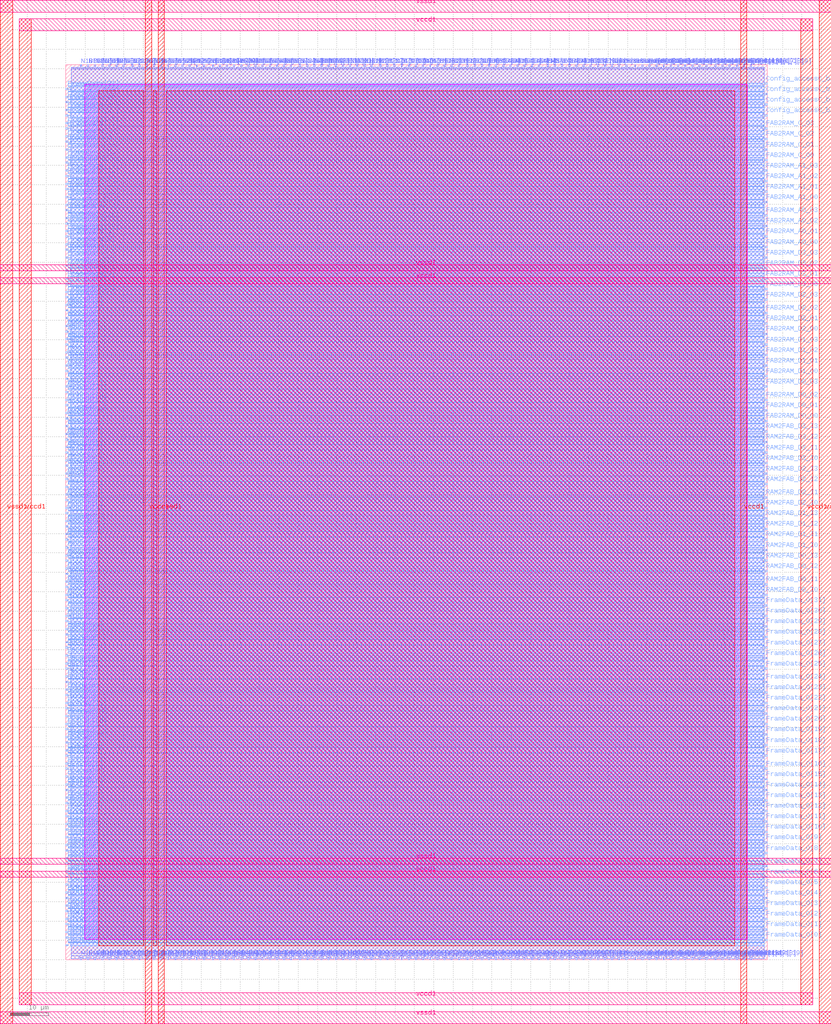
<source format=lef>
VERSION 5.7 ;
  NOWIREEXTENSIONATPIN ON ;
  DIVIDERCHAR "/" ;
  BUSBITCHARS "[]" ;
MACRO RAM_IO
  CLASS BLOCK ;
  FOREIGN RAM_IO ;
  ORIGIN 0.000 0.000 ;
  SIZE 181.000 BY 231.000 ;
  PIN Config_accessC_bit0
    DIRECTION OUTPUT ;
    USE SIGNAL ;
    ANTENNADIFFAREA 0.445500 ;
    PORT
      LAYER met3 ;
        RECT 180.300 217.750 181.000 218.130 ;
    END
  END Config_accessC_bit0
  PIN Config_accessC_bit1
    DIRECTION OUTPUT ;
    USE SIGNAL ;
    ANTENNADIFFAREA 0.445500 ;
    PORT
      LAYER met3 ;
        RECT 180.300 220.470 181.000 220.850 ;
    END
  END Config_accessC_bit1
  PIN Config_accessC_bit2
    DIRECTION OUTPUT ;
    USE SIGNAL ;
    ANTENNADIFFAREA 0.445500 ;
    PORT
      LAYER met3 ;
        RECT 180.300 223.190 181.000 223.570 ;
    END
  END Config_accessC_bit2
  PIN Config_accessC_bit3
    DIRECTION OUTPUT ;
    USE SIGNAL ;
    ANTENNADIFFAREA 0.445500 ;
    PORT
      LAYER met3 ;
        RECT 180.300 225.910 181.000 226.290 ;
    END
  END Config_accessC_bit3
  PIN E1END[0]
    DIRECTION INPUT ;
    USE SIGNAL ;
    ANTENNAGATEAREA 0.213000 ;
    PORT
      LAYER met3 ;
        RECT 0.000 3.550 0.700 3.930 ;
    END
  END E1END[0]
  PIN E1END[1]
    DIRECTION INPUT ;
    USE SIGNAL ;
    ANTENNAGATEAREA 0.159000 ;
    PORT
      LAYER met3 ;
        RECT 0.000 5.590 0.700 5.970 ;
    END
  END E1END[1]
  PIN E1END[2]
    DIRECTION INPUT ;
    USE SIGNAL ;
    ANTENNAGATEAREA 0.213000 ;
    PORT
      LAYER met3 ;
        RECT 0.000 6.950 0.700 7.330 ;
    END
  END E1END[2]
  PIN E1END[3]
    DIRECTION INPUT ;
    USE SIGNAL ;
    ANTENNAGATEAREA 0.159000 ;
    PORT
      LAYER met3 ;
        RECT 0.000 8.990 0.700 9.370 ;
    END
  END E1END[3]
  PIN E2END[0]
    DIRECTION INPUT ;
    USE SIGNAL ;
    ANTENNAGATEAREA 0.126000 ;
    PORT
      LAYER met3 ;
        RECT 0.000 24.630 0.700 25.010 ;
    END
  END E2END[0]
  PIN E2END[1]
    DIRECTION INPUT ;
    USE SIGNAL ;
    ANTENNAGATEAREA 0.213000 ;
    PORT
      LAYER met3 ;
        RECT 0.000 25.990 0.700 26.370 ;
    END
  END E2END[1]
  PIN E2END[2]
    DIRECTION INPUT ;
    USE SIGNAL ;
    ANTENNAGATEAREA 0.159000 ;
    PORT
      LAYER met3 ;
        RECT 0.000 28.030 0.700 28.410 ;
    END
  END E2END[2]
  PIN E2END[3]
    DIRECTION INPUT ;
    USE SIGNAL ;
    ANTENNAGATEAREA 0.213000 ;
    PORT
      LAYER met3 ;
        RECT 0.000 29.390 0.700 29.770 ;
    END
  END E2END[3]
  PIN E2END[4]
    DIRECTION INPUT ;
    USE SIGNAL ;
    ANTENNAGATEAREA 0.213000 ;
    PORT
      LAYER met3 ;
        RECT 0.000 31.430 0.700 31.810 ;
    END
  END E2END[4]
  PIN E2END[5]
    DIRECTION INPUT ;
    USE SIGNAL ;
    ANTENNAGATEAREA 0.159000 ;
    PORT
      LAYER met3 ;
        RECT 0.000 33.470 0.700 33.850 ;
    END
  END E2END[5]
  PIN E2END[6]
    DIRECTION INPUT ;
    USE SIGNAL ;
    ANTENNAGATEAREA 0.213000 ;
    PORT
      LAYER met3 ;
        RECT 0.000 34.830 0.700 35.210 ;
    END
  END E2END[6]
  PIN E2END[7]
    DIRECTION INPUT ;
    USE SIGNAL ;
    ANTENNAGATEAREA 0.196500 ;
    PORT
      LAYER met3 ;
        RECT 0.000 36.870 0.700 37.250 ;
    END
  END E2END[7]
  PIN E2MID[0]
    DIRECTION INPUT ;
    USE SIGNAL ;
    ANTENNAGATEAREA 0.126000 ;
    PORT
      LAYER met3 ;
        RECT 0.000 10.350 0.700 10.730 ;
    END
  END E2MID[0]
  PIN E2MID[1]
    DIRECTION INPUT ;
    USE SIGNAL ;
    ANTENNAGATEAREA 0.213000 ;
    PORT
      LAYER met3 ;
        RECT 0.000 12.390 0.700 12.770 ;
    END
  END E2MID[1]
  PIN E2MID[2]
    DIRECTION INPUT ;
    USE SIGNAL ;
    ANTENNAGATEAREA 0.159000 ;
    PORT
      LAYER met3 ;
        RECT 0.000 13.750 0.700 14.130 ;
    END
  END E2MID[2]
  PIN E2MID[3]
    DIRECTION INPUT ;
    USE SIGNAL ;
    ANTENNAGATEAREA 0.213000 ;
    PORT
      LAYER met3 ;
        RECT 0.000 15.790 0.700 16.170 ;
    END
  END E2MID[3]
  PIN E2MID[4]
    DIRECTION INPUT ;
    USE SIGNAL ;
    ANTENNAGATEAREA 0.213000 ;
    PORT
      LAYER met3 ;
        RECT 0.000 17.150 0.700 17.530 ;
    END
  END E2MID[4]
  PIN E2MID[5]
    DIRECTION INPUT ;
    USE SIGNAL ;
    ANTENNAGATEAREA 0.159000 ;
    PORT
      LAYER met3 ;
        RECT 0.000 19.190 0.700 19.570 ;
    END
  END E2MID[5]
  PIN E2MID[6]
    DIRECTION INPUT ;
    USE SIGNAL ;
    ANTENNAGATEAREA 0.213000 ;
    PORT
      LAYER met3 ;
        RECT 0.000 21.230 0.700 21.610 ;
    END
  END E2MID[6]
  PIN E2MID[7]
    DIRECTION INPUT ;
    USE SIGNAL ;
    ANTENNAGATEAREA 0.126000 ;
    PORT
      LAYER met3 ;
        RECT 0.000 22.590 0.700 22.970 ;
    END
  END E2MID[7]
  PIN E6END[0]
    DIRECTION INPUT ;
    USE SIGNAL ;
    ANTENNAGATEAREA 0.213000 ;
    PORT
      LAYER met3 ;
        RECT 0.000 66.110 0.700 66.490 ;
    END
  END E6END[0]
  PIN E6END[10]
    DIRECTION INPUT ;
    USE SIGNAL ;
    ANTENNAGATEAREA 0.159000 ;
    PORT
      LAYER met3 ;
        RECT 0.000 83.790 0.700 84.170 ;
    END
  END E6END[10]
  PIN E6END[11]
    DIRECTION INPUT ;
    USE SIGNAL ;
    ANTENNAGATEAREA 0.213000 ;
    PORT
      LAYER met3 ;
        RECT 0.000 85.150 0.700 85.530 ;
    END
  END E6END[11]
  PIN E6END[1]
    DIRECTION INPUT ;
    USE SIGNAL ;
    ANTENNAGATEAREA 0.213000 ;
    PORT
      LAYER met3 ;
        RECT 0.000 68.150 0.700 68.530 ;
    END
  END E6END[1]
  PIN E6END[2]
    DIRECTION INPUT ;
    USE SIGNAL ;
    ANTENNAGATEAREA 0.159000 ;
    PORT
      LAYER met3 ;
        RECT 0.000 69.510 0.700 69.890 ;
    END
  END E6END[2]
  PIN E6END[3]
    DIRECTION INPUT ;
    USE SIGNAL ;
    ANTENNAGATEAREA 0.213000 ;
    PORT
      LAYER met3 ;
        RECT 0.000 71.550 0.700 71.930 ;
    END
  END E6END[3]
  PIN E6END[4]
    DIRECTION INPUT ;
    USE SIGNAL ;
    ANTENNAGATEAREA 0.213000 ;
    PORT
      LAYER met3 ;
        RECT 0.000 72.910 0.700 73.290 ;
    END
  END E6END[4]
  PIN E6END[5]
    DIRECTION INPUT ;
    USE SIGNAL ;
    ANTENNAGATEAREA 0.159000 ;
    PORT
      LAYER met3 ;
        RECT 0.000 74.950 0.700 75.330 ;
    END
  END E6END[5]
  PIN E6END[6]
    DIRECTION INPUT ;
    USE SIGNAL ;
    ANTENNAGATEAREA 0.213000 ;
    PORT
      LAYER met3 ;
        RECT 0.000 76.310 0.700 76.690 ;
    END
  END E6END[6]
  PIN E6END[7]
    DIRECTION INPUT ;
    USE SIGNAL ;
    ANTENNAGATEAREA 0.126000 ;
    PORT
      LAYER met3 ;
        RECT 0.000 78.350 0.700 78.730 ;
    END
  END E6END[7]
  PIN E6END[8]
    DIRECTION INPUT ;
    USE SIGNAL ;
    ANTENNAGATEAREA 0.213000 ;
    PORT
      LAYER met3 ;
        RECT 0.000 80.390 0.700 80.770 ;
    END
  END E6END[8]
  PIN E6END[9]
    DIRECTION INPUT ;
    USE SIGNAL ;
    ANTENNAGATEAREA 0.213000 ;
    PORT
      LAYER met3 ;
        RECT 0.000 81.750 0.700 82.130 ;
    END
  END E6END[9]
  PIN EE4END[0]
    DIRECTION INPUT ;
    USE SIGNAL ;
    ANTENNAGATEAREA 0.213000 ;
    PORT
      LAYER met3 ;
        RECT 0.000 38.230 0.700 38.610 ;
    END
  END EE4END[0]
  PIN EE4END[10]
    DIRECTION INPUT ;
    USE SIGNAL ;
    ANTENNAGATEAREA 0.213000 ;
    PORT
      LAYER met3 ;
        RECT 0.000 55.910 0.700 56.290 ;
    END
  END EE4END[10]
  PIN EE4END[11]
    DIRECTION INPUT ;
    USE SIGNAL ;
    ANTENNAGATEAREA 0.196500 ;
    PORT
      LAYER met3 ;
        RECT 0.000 57.270 0.700 57.650 ;
    END
  END EE4END[11]
  PIN EE4END[12]
    DIRECTION INPUT ;
    USE SIGNAL ;
    ANTENNAGATEAREA 0.213000 ;
    PORT
      LAYER met3 ;
        RECT 0.000 59.310 0.700 59.690 ;
    END
  END EE4END[12]
  PIN EE4END[13]
    DIRECTION INPUT ;
    USE SIGNAL ;
    ANTENNAGATEAREA 0.126000 ;
    PORT
      LAYER met3 ;
        RECT 0.000 60.670 0.700 61.050 ;
    END
  END EE4END[13]
  PIN EE4END[14]
    DIRECTION INPUT ;
    USE SIGNAL ;
    ANTENNAGATEAREA 0.213000 ;
    PORT
      LAYER met3 ;
        RECT 0.000 62.710 0.700 63.090 ;
    END
  END EE4END[14]
  PIN EE4END[15]
    DIRECTION INPUT ;
    USE SIGNAL ;
    ANTENNAGATEAREA 0.196500 ;
    PORT
      LAYER met3 ;
        RECT 0.000 64.750 0.700 65.130 ;
    END
  END EE4END[15]
  PIN EE4END[1]
    DIRECTION INPUT ;
    USE SIGNAL ;
    ANTENNAGATEAREA 0.126000 ;
    PORT
      LAYER met3 ;
        RECT 0.000 40.270 0.700 40.650 ;
    END
  END EE4END[1]
  PIN EE4END[2]
    DIRECTION INPUT ;
    USE SIGNAL ;
    ANTENNAGATEAREA 0.213000 ;
    PORT
      LAYER met3 ;
        RECT 0.000 41.630 0.700 42.010 ;
    END
  END EE4END[2]
  PIN EE4END[3]
    DIRECTION INPUT ;
    USE SIGNAL ;
    ANTENNAGATEAREA 0.196500 ;
    PORT
      LAYER met3 ;
        RECT 0.000 43.670 0.700 44.050 ;
    END
  END EE4END[3]
  PIN EE4END[4]
    DIRECTION INPUT ;
    USE SIGNAL ;
    ANTENNAGATEAREA 0.213000 ;
    PORT
      LAYER met3 ;
        RECT 0.000 45.030 0.700 45.410 ;
    END
  END EE4END[4]
  PIN EE4END[5]
    DIRECTION INPUT ;
    USE SIGNAL ;
    ANTENNAGATEAREA 0.196500 ;
    PORT
      LAYER met3 ;
        RECT 0.000 47.070 0.700 47.450 ;
    END
  END EE4END[5]
  PIN EE4END[6]
    DIRECTION INPUT ;
    USE SIGNAL ;
    ANTENNAGATEAREA 0.213000 ;
    PORT
      LAYER met3 ;
        RECT 0.000 49.110 0.700 49.490 ;
    END
  END EE4END[6]
  PIN EE4END[7]
    DIRECTION INPUT ;
    USE SIGNAL ;
    ANTENNAGATEAREA 0.196500 ;
    PORT
      LAYER met3 ;
        RECT 0.000 50.470 0.700 50.850 ;
    END
  END EE4END[7]
  PIN EE4END[8]
    DIRECTION INPUT ;
    USE SIGNAL ;
    ANTENNAGATEAREA 0.126000 ;
    PORT
      LAYER met3 ;
        RECT 0.000 52.510 0.700 52.890 ;
    END
  END EE4END[8]
  PIN EE4END[9]
    DIRECTION INPUT ;
    USE SIGNAL ;
    ANTENNAGATEAREA 0.196500 ;
    PORT
      LAYER met3 ;
        RECT 0.000 53.870 0.700 54.250 ;
    END
  END EE4END[9]
  PIN FAB2RAM_A0_O0
    DIRECTION OUTPUT ;
    USE SIGNAL ;
    ANTENNADIFFAREA 0.445500 ;
    PORT
      LAYER met3 ;
        RECT 180.300 183.750 181.000 184.130 ;
    END
  END FAB2RAM_A0_O0
  PIN FAB2RAM_A0_O1
    DIRECTION OUTPUT ;
    USE SIGNAL ;
    ANTENNADIFFAREA 0.445500 ;
    PORT
      LAYER met3 ;
        RECT 180.300 186.470 181.000 186.850 ;
    END
  END FAB2RAM_A0_O1
  PIN FAB2RAM_A0_O2
    DIRECTION OUTPUT ;
    USE SIGNAL ;
    ANTENNADIFFAREA 0.445500 ;
    PORT
      LAYER met3 ;
        RECT 180.300 189.190 181.000 189.570 ;
    END
  END FAB2RAM_A0_O2
  PIN FAB2RAM_A0_O3
    DIRECTION OUTPUT ;
    USE SIGNAL ;
    ANTENNADIFFAREA 0.445500 ;
    PORT
      LAYER met3 ;
        RECT 180.300 191.910 181.000 192.290 ;
    END
  END FAB2RAM_A0_O3
  PIN FAB2RAM_A1_O0
    DIRECTION OUTPUT ;
    USE SIGNAL ;
    ANTENNADIFFAREA 0.445500 ;
    PORT
      LAYER met3 ;
        RECT 180.300 195.310 181.000 195.690 ;
    END
  END FAB2RAM_A1_O0
  PIN FAB2RAM_A1_O1
    DIRECTION OUTPUT ;
    USE SIGNAL ;
    ANTENNADIFFAREA 0.445500 ;
    PORT
      LAYER met3 ;
        RECT 180.300 198.030 181.000 198.410 ;
    END
  END FAB2RAM_A1_O1
  PIN FAB2RAM_A1_O2
    DIRECTION OUTPUT ;
    USE SIGNAL ;
    ANTENNADIFFAREA 0.445500 ;
    PORT
      LAYER met3 ;
        RECT 180.300 200.750 181.000 201.130 ;
    END
  END FAB2RAM_A1_O2
  PIN FAB2RAM_A1_O3
    DIRECTION OUTPUT ;
    USE SIGNAL ;
    ANTENNADIFFAREA 0.445500 ;
    PORT
      LAYER met3 ;
        RECT 180.300 203.470 181.000 203.850 ;
    END
  END FAB2RAM_A1_O3
  PIN FAB2RAM_C_O0
    DIRECTION OUTPUT ;
    USE SIGNAL ;
    ANTENNADIFFAREA 0.445500 ;
    PORT
      LAYER met3 ;
        RECT 180.300 206.190 181.000 206.570 ;
    END
  END FAB2RAM_C_O0
  PIN FAB2RAM_C_O1
    DIRECTION OUTPUT ;
    USE SIGNAL ;
    ANTENNADIFFAREA 0.445500 ;
    PORT
      LAYER met3 ;
        RECT 180.300 208.910 181.000 209.290 ;
    END
  END FAB2RAM_C_O1
  PIN FAB2RAM_C_O2
    DIRECTION OUTPUT ;
    USE SIGNAL ;
    ANTENNADIFFAREA 0.445500 ;
    PORT
      LAYER met3 ;
        RECT 180.300 211.630 181.000 212.010 ;
    END
  END FAB2RAM_C_O2
  PIN FAB2RAM_C_O3
    DIRECTION OUTPUT ;
    USE SIGNAL ;
    ANTENNADIFFAREA 0.445500 ;
    PORT
      LAYER met3 ;
        RECT 180.300 214.350 181.000 214.730 ;
    END
  END FAB2RAM_C_O3
  PIN FAB2RAM_D0_O0
    DIRECTION OUTPUT ;
    USE SIGNAL ;
    ANTENNADIFFAREA 0.445500 ;
    PORT
      LAYER met3 ;
        RECT 180.300 138.870 181.000 139.250 ;
    END
  END FAB2RAM_D0_O0
  PIN FAB2RAM_D0_O1
    DIRECTION OUTPUT ;
    USE SIGNAL ;
    ANTENNADIFFAREA 0.445500 ;
    PORT
      LAYER met3 ;
        RECT 180.300 141.590 181.000 141.970 ;
    END
  END FAB2RAM_D0_O1
  PIN FAB2RAM_D0_O2
    DIRECTION OUTPUT ;
    USE SIGNAL ;
    ANTENNADIFFAREA 0.445500 ;
    PORT
      LAYER met3 ;
        RECT 180.300 144.310 181.000 144.690 ;
    END
  END FAB2RAM_D0_O2
  PIN FAB2RAM_D0_O3
    DIRECTION OUTPUT ;
    USE SIGNAL ;
    ANTENNADIFFAREA 0.445500 ;
    PORT
      LAYER met3 ;
        RECT 180.300 147.710 181.000 148.090 ;
    END
  END FAB2RAM_D0_O3
  PIN FAB2RAM_D1_O0
    DIRECTION OUTPUT ;
    USE SIGNAL ;
    ANTENNADIFFAREA 0.445500 ;
    PORT
      LAYER met3 ;
        RECT 180.300 150.430 181.000 150.810 ;
    END
  END FAB2RAM_D1_O0
  PIN FAB2RAM_D1_O1
    DIRECTION OUTPUT ;
    USE SIGNAL ;
    ANTENNADIFFAREA 0.445500 ;
    PORT
      LAYER met3 ;
        RECT 180.300 153.150 181.000 153.530 ;
    END
  END FAB2RAM_D1_O1
  PIN FAB2RAM_D1_O2
    DIRECTION OUTPUT ;
    USE SIGNAL ;
    ANTENNADIFFAREA 0.445500 ;
    PORT
      LAYER met3 ;
        RECT 180.300 155.870 181.000 156.250 ;
    END
  END FAB2RAM_D1_O2
  PIN FAB2RAM_D1_O3
    DIRECTION OUTPUT ;
    USE SIGNAL ;
    ANTENNADIFFAREA 0.445500 ;
    PORT
      LAYER met3 ;
        RECT 180.300 158.590 181.000 158.970 ;
    END
  END FAB2RAM_D1_O3
  PIN FAB2RAM_D2_O0
    DIRECTION OUTPUT ;
    USE SIGNAL ;
    ANTENNADIFFAREA 0.445500 ;
    PORT
      LAYER met3 ;
        RECT 180.300 161.310 181.000 161.690 ;
    END
  END FAB2RAM_D2_O0
  PIN FAB2RAM_D2_O1
    DIRECTION OUTPUT ;
    USE SIGNAL ;
    ANTENNADIFFAREA 0.445500 ;
    PORT
      LAYER met3 ;
        RECT 180.300 164.030 181.000 164.410 ;
    END
  END FAB2RAM_D2_O1
  PIN FAB2RAM_D2_O2
    DIRECTION OUTPUT ;
    USE SIGNAL ;
    ANTENNADIFFAREA 0.445500 ;
    PORT
      LAYER met3 ;
        RECT 180.300 166.750 181.000 167.130 ;
    END
  END FAB2RAM_D2_O2
  PIN FAB2RAM_D2_O3
    DIRECTION OUTPUT ;
    USE SIGNAL ;
    ANTENNADIFFAREA 0.445500 ;
    PORT
      LAYER met3 ;
        RECT 180.300 170.150 181.000 170.530 ;
    END
  END FAB2RAM_D2_O3
  PIN FAB2RAM_D3_O0
    DIRECTION OUTPUT ;
    USE SIGNAL ;
    ANTENNADIFFAREA 0.445500 ;
    PORT
      LAYER met3 ;
        RECT 180.300 172.870 181.000 173.250 ;
    END
  END FAB2RAM_D3_O0
  PIN FAB2RAM_D3_O1
    DIRECTION OUTPUT ;
    USE SIGNAL ;
    ANTENNADIFFAREA 0.445500 ;
    PORT
      LAYER met3 ;
        RECT 180.300 175.590 181.000 175.970 ;
    END
  END FAB2RAM_D3_O1
  PIN FAB2RAM_D3_O2
    DIRECTION OUTPUT ;
    USE SIGNAL ;
    ANTENNADIFFAREA 0.445500 ;
    PORT
      LAYER met3 ;
        RECT 180.300 178.310 181.000 178.690 ;
    END
  END FAB2RAM_D3_O2
  PIN FAB2RAM_D3_O3
    DIRECTION OUTPUT ;
    USE SIGNAL ;
    ANTENNADIFFAREA 0.445500 ;
    PORT
      LAYER met3 ;
        RECT 180.300 181.030 181.000 181.410 ;
    END
  END FAB2RAM_D3_O3
  PIN FrameData[0]
    DIRECTION INPUT ;
    USE SIGNAL ;
    ANTENNAGATEAREA 0.196500 ;
    PORT
      LAYER met3 ;
        RECT 0.000 170.830 0.700 171.210 ;
    END
  END FrameData[0]
  PIN FrameData[10]
    DIRECTION INPUT ;
    USE SIGNAL ;
    ANTENNAGATEAREA 0.213000 ;
    PORT
      LAYER met3 ;
        RECT 0.000 187.830 0.700 188.210 ;
    END
  END FrameData[10]
  PIN FrameData[11]
    DIRECTION INPUT ;
    USE SIGNAL ;
    ANTENNAGATEAREA 0.213000 ;
    PORT
      LAYER met3 ;
        RECT 0.000 189.870 0.700 190.250 ;
    END
  END FrameData[11]
  PIN FrameData[12]
    DIRECTION INPUT ;
    USE SIGNAL ;
    ANTENNAGATEAREA 0.196500 ;
    PORT
      LAYER met3 ;
        RECT 0.000 191.230 0.700 191.610 ;
    END
  END FrameData[12]
  PIN FrameData[13]
    DIRECTION INPUT ;
    USE SIGNAL ;
    ANTENNAGATEAREA 0.196500 ;
    PORT
      LAYER met3 ;
        RECT 0.000 193.270 0.700 193.650 ;
    END
  END FrameData[13]
  PIN FrameData[14]
    DIRECTION INPUT ;
    USE SIGNAL ;
    ANTENNAGATEAREA 0.126000 ;
    PORT
      LAYER met3 ;
        RECT 0.000 194.630 0.700 195.010 ;
    END
  END FrameData[14]
  PIN FrameData[15]
    DIRECTION INPUT ;
    USE SIGNAL ;
    ANTENNAGATEAREA 0.126000 ;
    PORT
      LAYER met3 ;
        RECT 0.000 196.670 0.700 197.050 ;
    END
  END FrameData[15]
  PIN FrameData[16]
    DIRECTION INPUT ;
    USE SIGNAL ;
    ANTENNAGATEAREA 0.196500 ;
    PORT
      LAYER met3 ;
        RECT 0.000 198.710 0.700 199.090 ;
    END
  END FrameData[16]
  PIN FrameData[17]
    DIRECTION INPUT ;
    USE SIGNAL ;
    ANTENNAGATEAREA 0.196500 ;
    PORT
      LAYER met3 ;
        RECT 0.000 200.070 0.700 200.450 ;
    END
  END FrameData[17]
  PIN FrameData[18]
    DIRECTION INPUT ;
    USE SIGNAL ;
    ANTENNAGATEAREA 0.213000 ;
    PORT
      LAYER met3 ;
        RECT 0.000 202.110 0.700 202.490 ;
    END
  END FrameData[18]
  PIN FrameData[19]
    DIRECTION INPUT ;
    USE SIGNAL ;
    ANTENNAGATEAREA 0.213000 ;
    PORT
      LAYER met3 ;
        RECT 0.000 203.470 0.700 203.850 ;
    END
  END FrameData[19]
  PIN FrameData[1]
    DIRECTION INPUT ;
    USE SIGNAL ;
    ANTENNAGATEAREA 0.126000 ;
    PORT
      LAYER met3 ;
        RECT 0.000 172.190 0.700 172.570 ;
    END
  END FrameData[1]
  PIN FrameData[20]
    DIRECTION INPUT ;
    USE SIGNAL ;
    ANTENNAGATEAREA 0.196500 ;
    PORT
      LAYER met3 ;
        RECT 0.000 205.510 0.700 205.890 ;
    END
  END FrameData[20]
  PIN FrameData[21]
    DIRECTION INPUT ;
    USE SIGNAL ;
    ANTENNAGATEAREA 0.213000 ;
    PORT
      LAYER met3 ;
        RECT 0.000 206.870 0.700 207.250 ;
    END
  END FrameData[21]
  PIN FrameData[22]
    DIRECTION INPUT ;
    USE SIGNAL ;
    ANTENNAGATEAREA 0.196500 ;
    PORT
      LAYER met3 ;
        RECT 0.000 208.910 0.700 209.290 ;
    END
  END FrameData[22]
  PIN FrameData[23]
    DIRECTION INPUT ;
    USE SIGNAL ;
    ANTENNAGATEAREA 0.126000 ;
    PORT
      LAYER met3 ;
        RECT 0.000 210.950 0.700 211.330 ;
    END
  END FrameData[23]
  PIN FrameData[24]
    DIRECTION INPUT ;
    USE SIGNAL ;
    ANTENNAGATEAREA 0.196500 ;
    PORT
      LAYER met3 ;
        RECT 0.000 212.310 0.700 212.690 ;
    END
  END FrameData[24]
  PIN FrameData[25]
    DIRECTION INPUT ;
    USE SIGNAL ;
    ANTENNAGATEAREA 0.126000 ;
    PORT
      LAYER met3 ;
        RECT 0.000 214.350 0.700 214.730 ;
    END
  END FrameData[25]
  PIN FrameData[26]
    DIRECTION INPUT ;
    USE SIGNAL ;
    ANTENNAGATEAREA 0.213000 ;
    PORT
      LAYER met3 ;
        RECT 0.000 215.710 0.700 216.090 ;
    END
  END FrameData[26]
  PIN FrameData[27]
    DIRECTION INPUT ;
    USE SIGNAL ;
    ANTENNAGATEAREA 0.213000 ;
    PORT
      LAYER met3 ;
        RECT 0.000 217.750 0.700 218.130 ;
    END
  END FrameData[27]
  PIN FrameData[28]
    DIRECTION INPUT ;
    USE SIGNAL ;
    ANTENNAGATEAREA 0.213000 ;
    PORT
      LAYER met3 ;
        RECT 0.000 219.110 0.700 219.490 ;
    END
  END FrameData[28]
  PIN FrameData[29]
    DIRECTION INPUT ;
    USE SIGNAL ;
    ANTENNAGATEAREA 0.126000 ;
    PORT
      LAYER met3 ;
        RECT 0.000 221.150 0.700 221.530 ;
    END
  END FrameData[29]
  PIN FrameData[2]
    DIRECTION INPUT ;
    USE SIGNAL ;
    ANTENNAGATEAREA 0.196500 ;
    PORT
      LAYER met3 ;
        RECT 0.000 174.230 0.700 174.610 ;
    END
  END FrameData[2]
  PIN FrameData[30]
    DIRECTION INPUT ;
    USE SIGNAL ;
    ANTENNAGATEAREA 0.213000 ;
    PORT
      LAYER met3 ;
        RECT 0.000 222.510 0.700 222.890 ;
    END
  END FrameData[30]
  PIN FrameData[31]
    DIRECTION INPUT ;
    USE SIGNAL ;
    ANTENNAGATEAREA 0.213000 ;
    PORT
      LAYER met3 ;
        RECT 0.000 224.550 0.700 224.930 ;
    END
  END FrameData[31]
  PIN FrameData[3]
    DIRECTION INPUT ;
    USE SIGNAL ;
    ANTENNAGATEAREA 0.213000 ;
    PORT
      LAYER met3 ;
        RECT 0.000 175.590 0.700 175.970 ;
    END
  END FrameData[3]
  PIN FrameData[4]
    DIRECTION INPUT ;
    USE SIGNAL ;
    ANTENNAGATEAREA 0.196500 ;
    PORT
      LAYER met3 ;
        RECT 0.000 177.630 0.700 178.010 ;
    END
  END FrameData[4]
  PIN FrameData[5]
    DIRECTION INPUT ;
    USE SIGNAL ;
    ANTENNAGATEAREA 0.126000 ;
    PORT
      LAYER met3 ;
        RECT 0.000 178.990 0.700 179.370 ;
    END
  END FrameData[5]
  PIN FrameData[6]
    DIRECTION INPUT ;
    USE SIGNAL ;
    ANTENNAGATEAREA 0.126000 ;
    PORT
      LAYER met3 ;
        RECT 0.000 181.030 0.700 181.410 ;
    END
  END FrameData[6]
  PIN FrameData[7]
    DIRECTION INPUT ;
    USE SIGNAL ;
    ANTENNAGATEAREA 0.213000 ;
    PORT
      LAYER met3 ;
        RECT 0.000 183.070 0.700 183.450 ;
    END
  END FrameData[7]
  PIN FrameData[8]
    DIRECTION INPUT ;
    USE SIGNAL ;
    ANTENNAGATEAREA 0.213000 ;
    PORT
      LAYER met3 ;
        RECT 0.000 184.430 0.700 184.810 ;
    END
  END FrameData[8]
  PIN FrameData[9]
    DIRECTION INPUT ;
    USE SIGNAL ;
    ANTENNAGATEAREA 0.196500 ;
    PORT
      LAYER met3 ;
        RECT 0.000 186.470 0.700 186.850 ;
    END
  END FrameData[9]
  PIN FrameData_O[0]
    DIRECTION OUTPUT ;
    USE SIGNAL ;
    ANTENNADIFFAREA 0.445500 ;
    PORT
      LAYER met3 ;
        RECT 180.300 4.910 181.000 5.290 ;
    END
  END FrameData_O[0]
  PIN FrameData_O[10]
    DIRECTION OUTPUT ;
    USE SIGNAL ;
    ANTENNADIFFAREA 0.445500 ;
    PORT
      LAYER met3 ;
        RECT 180.300 32.790 181.000 33.170 ;
    END
  END FrameData_O[10]
  PIN FrameData_O[11]
    DIRECTION OUTPUT ;
    USE SIGNAL ;
    ANTENNADIFFAREA 0.445500 ;
    PORT
      LAYER met3 ;
        RECT 180.300 35.510 181.000 35.890 ;
    END
  END FrameData_O[11]
  PIN FrameData_O[12]
    DIRECTION OUTPUT ;
    USE SIGNAL ;
    ANTENNADIFFAREA 0.445500 ;
    PORT
      LAYER met3 ;
        RECT 180.300 38.230 181.000 38.610 ;
    END
  END FrameData_O[12]
  PIN FrameData_O[13]
    DIRECTION OUTPUT ;
    USE SIGNAL ;
    ANTENNADIFFAREA 0.445500 ;
    PORT
      LAYER met3 ;
        RECT 180.300 40.950 181.000 41.330 ;
    END
  END FrameData_O[13]
  PIN FrameData_O[14]
    DIRECTION OUTPUT ;
    USE SIGNAL ;
    ANTENNADIFFAREA 0.445500 ;
    PORT
      LAYER met3 ;
        RECT 180.300 43.670 181.000 44.050 ;
    END
  END FrameData_O[14]
  PIN FrameData_O[15]
    DIRECTION OUTPUT ;
    USE SIGNAL ;
    ANTENNADIFFAREA 0.445500 ;
    PORT
      LAYER met3 ;
        RECT 180.300 46.390 181.000 46.770 ;
    END
  END FrameData_O[15]
  PIN FrameData_O[16]
    DIRECTION OUTPUT ;
    USE SIGNAL ;
    ANTENNADIFFAREA 0.445500 ;
    PORT
      LAYER met3 ;
        RECT 180.300 49.110 181.000 49.490 ;
    END
  END FrameData_O[16]
  PIN FrameData_O[17]
    DIRECTION OUTPUT ;
    USE SIGNAL ;
    ANTENNADIFFAREA 0.445500 ;
    PORT
      LAYER met3 ;
        RECT 180.300 52.510 181.000 52.890 ;
    END
  END FrameData_O[17]
  PIN FrameData_O[18]
    DIRECTION OUTPUT ;
    USE SIGNAL ;
    ANTENNADIFFAREA 0.445500 ;
    PORT
      LAYER met3 ;
        RECT 180.300 55.230 181.000 55.610 ;
    END
  END FrameData_O[18]
  PIN FrameData_O[19]
    DIRECTION OUTPUT ;
    USE SIGNAL ;
    ANTENNADIFFAREA 0.445500 ;
    PORT
      LAYER met3 ;
        RECT 180.300 57.950 181.000 58.330 ;
    END
  END FrameData_O[19]
  PIN FrameData_O[1]
    DIRECTION OUTPUT ;
    USE SIGNAL ;
    ANTENNADIFFAREA 0.445500 ;
    PORT
      LAYER met3 ;
        RECT 180.300 7.630 181.000 8.010 ;
    END
  END FrameData_O[1]
  PIN FrameData_O[20]
    DIRECTION OUTPUT ;
    USE SIGNAL ;
    ANTENNADIFFAREA 0.445500 ;
    PORT
      LAYER met3 ;
        RECT 180.300 60.670 181.000 61.050 ;
    END
  END FrameData_O[20]
  PIN FrameData_O[21]
    DIRECTION OUTPUT ;
    USE SIGNAL ;
    ANTENNADIFFAREA 0.445500 ;
    PORT
      LAYER met3 ;
        RECT 180.300 63.390 181.000 63.770 ;
    END
  END FrameData_O[21]
  PIN FrameData_O[22]
    DIRECTION OUTPUT ;
    USE SIGNAL ;
    ANTENNADIFFAREA 0.445500 ;
    PORT
      LAYER met3 ;
        RECT 180.300 66.110 181.000 66.490 ;
    END
  END FrameData_O[22]
  PIN FrameData_O[23]
    DIRECTION OUTPUT ;
    USE SIGNAL ;
    ANTENNADIFFAREA 0.445500 ;
    PORT
      LAYER met3 ;
        RECT 180.300 68.830 181.000 69.210 ;
    END
  END FrameData_O[23]
  PIN FrameData_O[24]
    DIRECTION OUTPUT ;
    USE SIGNAL ;
    ANTENNADIFFAREA 0.445500 ;
    PORT
      LAYER met3 ;
        RECT 180.300 71.550 181.000 71.930 ;
    END
  END FrameData_O[24]
  PIN FrameData_O[25]
    DIRECTION OUTPUT ;
    USE SIGNAL ;
    ANTENNADIFFAREA 0.445500 ;
    PORT
      LAYER met3 ;
        RECT 180.300 74.950 181.000 75.330 ;
    END
  END FrameData_O[25]
  PIN FrameData_O[26]
    DIRECTION OUTPUT ;
    USE SIGNAL ;
    ANTENNADIFFAREA 0.445500 ;
    PORT
      LAYER met3 ;
        RECT 180.300 77.670 181.000 78.050 ;
    END
  END FrameData_O[26]
  PIN FrameData_O[27]
    DIRECTION OUTPUT ;
    USE SIGNAL ;
    ANTENNADIFFAREA 0.445500 ;
    PORT
      LAYER met3 ;
        RECT 180.300 80.390 181.000 80.770 ;
    END
  END FrameData_O[27]
  PIN FrameData_O[28]
    DIRECTION OUTPUT ;
    USE SIGNAL ;
    ANTENNADIFFAREA 0.445500 ;
    PORT
      LAYER met3 ;
        RECT 180.300 83.110 181.000 83.490 ;
    END
  END FrameData_O[28]
  PIN FrameData_O[29]
    DIRECTION OUTPUT ;
    USE SIGNAL ;
    ANTENNADIFFAREA 0.445500 ;
    PORT
      LAYER met3 ;
        RECT 180.300 85.830 181.000 86.210 ;
    END
  END FrameData_O[29]
  PIN FrameData_O[2]
    DIRECTION OUTPUT ;
    USE SIGNAL ;
    ANTENNADIFFAREA 0.445500 ;
    PORT
      LAYER met3 ;
        RECT 180.300 10.350 181.000 10.730 ;
    END
  END FrameData_O[2]
  PIN FrameData_O[30]
    DIRECTION OUTPUT ;
    USE SIGNAL ;
    ANTENNADIFFAREA 0.445500 ;
    PORT
      LAYER met3 ;
        RECT 180.300 88.550 181.000 88.930 ;
    END
  END FrameData_O[30]
  PIN FrameData_O[31]
    DIRECTION OUTPUT ;
    USE SIGNAL ;
    ANTENNADIFFAREA 0.445500 ;
    PORT
      LAYER met3 ;
        RECT 180.300 91.270 181.000 91.650 ;
    END
  END FrameData_O[31]
  PIN FrameData_O[3]
    DIRECTION OUTPUT ;
    USE SIGNAL ;
    ANTENNADIFFAREA 0.445500 ;
    PORT
      LAYER met3 ;
        RECT 180.300 13.070 181.000 13.450 ;
    END
  END FrameData_O[3]
  PIN FrameData_O[4]
    DIRECTION OUTPUT ;
    USE SIGNAL ;
    ANTENNADIFFAREA 0.445500 ;
    PORT
      LAYER met3 ;
        RECT 180.300 15.790 181.000 16.170 ;
    END
  END FrameData_O[4]
  PIN FrameData_O[5]
    DIRECTION OUTPUT ;
    USE SIGNAL ;
    ANTENNADIFFAREA 0.445500 ;
    PORT
      LAYER met3 ;
        RECT 180.300 18.510 181.000 18.890 ;
    END
  END FrameData_O[5]
  PIN FrameData_O[6]
    DIRECTION OUTPUT ;
    USE SIGNAL ;
    ANTENNADIFFAREA 0.445500 ;
    PORT
      LAYER met3 ;
        RECT 180.300 21.230 181.000 21.610 ;
    END
  END FrameData_O[6]
  PIN FrameData_O[7]
    DIRECTION OUTPUT ;
    USE SIGNAL ;
    ANTENNADIFFAREA 0.445500 ;
    PORT
      LAYER met3 ;
        RECT 180.300 23.950 181.000 24.330 ;
    END
  END FrameData_O[7]
  PIN FrameData_O[8]
    DIRECTION OUTPUT ;
    USE SIGNAL ;
    ANTENNADIFFAREA 0.445500 ;
    PORT
      LAYER met3 ;
        RECT 180.300 27.350 181.000 27.730 ;
    END
  END FrameData_O[8]
  PIN FrameData_O[9]
    DIRECTION OUTPUT ;
    USE SIGNAL ;
    ANTENNADIFFAREA 0.445500 ;
    PORT
      LAYER met3 ;
        RECT 180.300 30.070 181.000 30.450 ;
    END
  END FrameData_O[9]
  PIN FrameStrobe[0]
    DIRECTION INPUT ;
    USE SIGNAL ;
    ANTENNAGATEAREA 0.196500 ;
    PORT
      LAYER met2 ;
        RECT 138.960 0.000 139.340 0.700 ;
    END
  END FrameStrobe[0]
  PIN FrameStrobe[10]
    DIRECTION INPUT ;
    USE SIGNAL ;
    ANTENNAGATEAREA 0.159000 ;
    PORT
      LAYER met2 ;
        RECT 157.820 0.000 158.200 0.700 ;
    END
  END FrameStrobe[10]
  PIN FrameStrobe[11]
    DIRECTION INPUT ;
    USE SIGNAL ;
    ANTENNAGATEAREA 0.213000 ;
    PORT
      LAYER met2 ;
        RECT 159.660 0.000 160.040 0.700 ;
    END
  END FrameStrobe[11]
  PIN FrameStrobe[12]
    DIRECTION INPUT ;
    USE SIGNAL ;
    ANTENNAGATEAREA 0.213000 ;
    PORT
      LAYER met2 ;
        RECT 161.500 0.000 161.880 0.700 ;
    END
  END FrameStrobe[12]
  PIN FrameStrobe[13]
    DIRECTION INPUT ;
    USE SIGNAL ;
    ANTENNAGATEAREA 0.213000 ;
    PORT
      LAYER met2 ;
        RECT 163.340 0.000 163.720 0.700 ;
    END
  END FrameStrobe[13]
  PIN FrameStrobe[14]
    DIRECTION INPUT ;
    USE SIGNAL ;
    ANTENNAGATEAREA 0.196500 ;
    ANTENNADIFFAREA 0.434700 ;
    PORT
      LAYER met2 ;
        RECT 165.180 0.000 165.560 0.700 ;
    END
  END FrameStrobe[14]
  PIN FrameStrobe[15]
    DIRECTION INPUT ;
    USE SIGNAL ;
    ANTENNAGATEAREA 0.196500 ;
    ANTENNADIFFAREA 0.434700 ;
    PORT
      LAYER met2 ;
        RECT 167.480 0.000 167.860 0.700 ;
    END
  END FrameStrobe[15]
  PIN FrameStrobe[16]
    DIRECTION INPUT ;
    USE SIGNAL ;
    ANTENNAGATEAREA 0.196500 ;
    ANTENNADIFFAREA 0.434700 ;
    PORT
      LAYER met2 ;
        RECT 169.320 0.000 169.700 0.700 ;
    END
  END FrameStrobe[16]
  PIN FrameStrobe[17]
    DIRECTION INPUT ;
    USE SIGNAL ;
    ANTENNAGATEAREA 0.196500 ;
    ANTENNADIFFAREA 0.434700 ;
    PORT
      LAYER met2 ;
        RECT 171.160 0.000 171.540 0.700 ;
    END
  END FrameStrobe[17]
  PIN FrameStrobe[18]
    DIRECTION INPUT ;
    USE SIGNAL ;
    ANTENNAGATEAREA 0.213000 ;
    PORT
      LAYER met2 ;
        RECT 173.000 0.000 173.380 0.700 ;
    END
  END FrameStrobe[18]
  PIN FrameStrobe[19]
    DIRECTION INPUT ;
    USE SIGNAL ;
    ANTENNAGATEAREA 0.213000 ;
    PORT
      LAYER met2 ;
        RECT 174.840 0.000 175.220 0.700 ;
    END
  END FrameStrobe[19]
  PIN FrameStrobe[1]
    DIRECTION INPUT ;
    USE SIGNAL ;
    ANTENNAGATEAREA 0.159000 ;
    PORT
      LAYER met2 ;
        RECT 140.800 0.000 141.180 0.700 ;
    END
  END FrameStrobe[1]
  PIN FrameStrobe[2]
    DIRECTION INPUT ;
    USE SIGNAL ;
    ANTENNAGATEAREA 0.196500 ;
    PORT
      LAYER met2 ;
        RECT 142.640 0.000 143.020 0.700 ;
    END
  END FrameStrobe[2]
  PIN FrameStrobe[3]
    DIRECTION INPUT ;
    USE SIGNAL ;
    ANTENNAGATEAREA 0.196500 ;
    PORT
      LAYER met2 ;
        RECT 144.480 0.000 144.860 0.700 ;
    END
  END FrameStrobe[3]
  PIN FrameStrobe[4]
    DIRECTION INPUT ;
    USE SIGNAL ;
    ANTENNAGATEAREA 0.159000 ;
    PORT
      LAYER met2 ;
        RECT 146.780 0.000 147.160 0.700 ;
    END
  END FrameStrobe[4]
  PIN FrameStrobe[5]
    DIRECTION INPUT ;
    USE SIGNAL ;
    ANTENNAGATEAREA 0.159000 ;
    PORT
      LAYER met2 ;
        RECT 148.620 0.000 149.000 0.700 ;
    END
  END FrameStrobe[5]
  PIN FrameStrobe[6]
    DIRECTION INPUT ;
    USE SIGNAL ;
    ANTENNAGATEAREA 0.159000 ;
    PORT
      LAYER met2 ;
        RECT 150.460 0.000 150.840 0.700 ;
    END
  END FrameStrobe[6]
  PIN FrameStrobe[7]
    DIRECTION INPUT ;
    USE SIGNAL ;
    ANTENNAGATEAREA 0.213000 ;
    PORT
      LAYER met2 ;
        RECT 152.300 0.000 152.680 0.700 ;
    END
  END FrameStrobe[7]
  PIN FrameStrobe[8]
    DIRECTION INPUT ;
    USE SIGNAL ;
    ANTENNAGATEAREA 0.159000 ;
    PORT
      LAYER met2 ;
        RECT 154.140 0.000 154.520 0.700 ;
    END
  END FrameStrobe[8]
  PIN FrameStrobe[9]
    DIRECTION INPUT ;
    USE SIGNAL ;
    ANTENNAGATEAREA 0.213000 ;
    PORT
      LAYER met2 ;
        RECT 155.980 0.000 156.360 0.700 ;
    END
  END FrameStrobe[9]
  PIN FrameStrobe_O[0]
    DIRECTION OUTPUT ;
    USE SIGNAL ;
    ANTENNADIFFAREA 0.445500 ;
    PORT
      LAYER met2 ;
        RECT 138.960 230.300 139.340 231.000 ;
    END
  END FrameStrobe_O[0]
  PIN FrameStrobe_O[10]
    DIRECTION OUTPUT ;
    USE SIGNAL ;
    ANTENNADIFFAREA 0.445500 ;
    PORT
      LAYER met2 ;
        RECT 157.820 230.300 158.200 231.000 ;
    END
  END FrameStrobe_O[10]
  PIN FrameStrobe_O[11]
    DIRECTION OUTPUT ;
    USE SIGNAL ;
    ANTENNADIFFAREA 0.445500 ;
    PORT
      LAYER met2 ;
        RECT 159.660 230.300 160.040 231.000 ;
    END
  END FrameStrobe_O[11]
  PIN FrameStrobe_O[12]
    DIRECTION OUTPUT ;
    USE SIGNAL ;
    ANTENNADIFFAREA 0.445500 ;
    PORT
      LAYER met2 ;
        RECT 161.500 230.300 161.880 231.000 ;
    END
  END FrameStrobe_O[12]
  PIN FrameStrobe_O[13]
    DIRECTION OUTPUT ;
    USE SIGNAL ;
    ANTENNADIFFAREA 0.445500 ;
    PORT
      LAYER met2 ;
        RECT 163.340 230.300 163.720 231.000 ;
    END
  END FrameStrobe_O[13]
  PIN FrameStrobe_O[14]
    DIRECTION OUTPUT ;
    USE SIGNAL ;
    ANTENNADIFFAREA 0.445500 ;
    PORT
      LAYER met2 ;
        RECT 165.180 230.300 165.560 231.000 ;
    END
  END FrameStrobe_O[14]
  PIN FrameStrobe_O[15]
    DIRECTION OUTPUT ;
    USE SIGNAL ;
    ANTENNADIFFAREA 0.445500 ;
    PORT
      LAYER met2 ;
        RECT 167.480 230.300 167.860 231.000 ;
    END
  END FrameStrobe_O[15]
  PIN FrameStrobe_O[16]
    DIRECTION OUTPUT ;
    USE SIGNAL ;
    ANTENNADIFFAREA 0.445500 ;
    PORT
      LAYER met2 ;
        RECT 169.320 230.300 169.700 231.000 ;
    END
  END FrameStrobe_O[16]
  PIN FrameStrobe_O[17]
    DIRECTION OUTPUT ;
    USE SIGNAL ;
    ANTENNADIFFAREA 0.445500 ;
    PORT
      LAYER met2 ;
        RECT 171.160 230.300 171.540 231.000 ;
    END
  END FrameStrobe_O[17]
  PIN FrameStrobe_O[18]
    DIRECTION OUTPUT ;
    USE SIGNAL ;
    ANTENNADIFFAREA 0.445500 ;
    PORT
      LAYER met2 ;
        RECT 173.000 230.300 173.380 231.000 ;
    END
  END FrameStrobe_O[18]
  PIN FrameStrobe_O[19]
    DIRECTION OUTPUT ;
    USE SIGNAL ;
    ANTENNADIFFAREA 0.445500 ;
    PORT
      LAYER met2 ;
        RECT 174.840 230.300 175.220 231.000 ;
    END
  END FrameStrobe_O[19]
  PIN FrameStrobe_O[1]
    DIRECTION OUTPUT ;
    USE SIGNAL ;
    ANTENNADIFFAREA 0.445500 ;
    PORT
      LAYER met2 ;
        RECT 140.800 230.300 141.180 231.000 ;
    END
  END FrameStrobe_O[1]
  PIN FrameStrobe_O[2]
    DIRECTION OUTPUT ;
    USE SIGNAL ;
    ANTENNADIFFAREA 0.445500 ;
    PORT
      LAYER met2 ;
        RECT 142.640 230.300 143.020 231.000 ;
    END
  END FrameStrobe_O[2]
  PIN FrameStrobe_O[3]
    DIRECTION OUTPUT ;
    USE SIGNAL ;
    ANTENNADIFFAREA 0.445500 ;
    PORT
      LAYER met2 ;
        RECT 144.480 230.300 144.860 231.000 ;
    END
  END FrameStrobe_O[3]
  PIN FrameStrobe_O[4]
    DIRECTION OUTPUT ;
    USE SIGNAL ;
    ANTENNADIFFAREA 0.445500 ;
    PORT
      LAYER met2 ;
        RECT 146.780 230.300 147.160 231.000 ;
    END
  END FrameStrobe_O[4]
  PIN FrameStrobe_O[5]
    DIRECTION OUTPUT ;
    USE SIGNAL ;
    ANTENNADIFFAREA 0.445500 ;
    PORT
      LAYER met2 ;
        RECT 148.620 230.300 149.000 231.000 ;
    END
  END FrameStrobe_O[5]
  PIN FrameStrobe_O[6]
    DIRECTION OUTPUT ;
    USE SIGNAL ;
    ANTENNADIFFAREA 0.445500 ;
    PORT
      LAYER met2 ;
        RECT 150.460 230.300 150.840 231.000 ;
    END
  END FrameStrobe_O[6]
  PIN FrameStrobe_O[7]
    DIRECTION OUTPUT ;
    USE SIGNAL ;
    ANTENNADIFFAREA 0.445500 ;
    PORT
      LAYER met2 ;
        RECT 152.300 230.300 152.680 231.000 ;
    END
  END FrameStrobe_O[7]
  PIN FrameStrobe_O[8]
    DIRECTION OUTPUT ;
    USE SIGNAL ;
    ANTENNADIFFAREA 0.445500 ;
    PORT
      LAYER met2 ;
        RECT 154.140 230.300 154.520 231.000 ;
    END
  END FrameStrobe_O[8]
  PIN FrameStrobe_O[9]
    DIRECTION OUTPUT ;
    USE SIGNAL ;
    ANTENNADIFFAREA 0.445500 ;
    PORT
      LAYER met2 ;
        RECT 155.980 230.300 156.360 231.000 ;
    END
  END FrameStrobe_O[9]
  PIN N1BEG[0]
    DIRECTION OUTPUT ;
    USE SIGNAL ;
    ANTENNADIFFAREA 0.445500 ;
    PORT
      LAYER met2 ;
        RECT 3.720 230.300 4.100 231.000 ;
    END
  END N1BEG[0]
  PIN N1BEG[1]
    DIRECTION OUTPUT ;
    USE SIGNAL ;
    ANTENNADIFFAREA 0.445500 ;
    PORT
      LAYER met2 ;
        RECT 5.560 230.300 5.940 231.000 ;
    END
  END N1BEG[1]
  PIN N1BEG[2]
    DIRECTION OUTPUT ;
    USE SIGNAL ;
    ANTENNADIFFAREA 0.445500 ;
    PORT
      LAYER met2 ;
        RECT 7.400 230.300 7.780 231.000 ;
    END
  END N1BEG[2]
  PIN N1BEG[3]
    DIRECTION OUTPUT ;
    USE SIGNAL ;
    ANTENNADIFFAREA 0.445500 ;
    PORT
      LAYER met2 ;
        RECT 9.240 230.300 9.620 231.000 ;
    END
  END N1BEG[3]
  PIN N1END[0]
    DIRECTION INPUT ;
    USE SIGNAL ;
    ANTENNAGATEAREA 0.159000 ;
    PORT
      LAYER met2 ;
        RECT 3.720 0.000 4.100 0.700 ;
    END
  END N1END[0]
  PIN N1END[1]
    DIRECTION INPUT ;
    USE SIGNAL ;
    ANTENNAGATEAREA 0.159000 ;
    PORT
      LAYER met2 ;
        RECT 5.560 0.000 5.940 0.700 ;
    END
  END N1END[1]
  PIN N1END[2]
    DIRECTION INPUT ;
    USE SIGNAL ;
    ANTENNAGATEAREA 0.159000 ;
    PORT
      LAYER met2 ;
        RECT 7.400 0.000 7.780 0.700 ;
    END
  END N1END[2]
  PIN N1END[3]
    DIRECTION INPUT ;
    USE SIGNAL ;
    ANTENNAGATEAREA 0.213000 ;
    PORT
      LAYER met2 ;
        RECT 9.240 0.000 9.620 0.700 ;
    END
  END N1END[3]
  PIN N2BEG[0]
    DIRECTION OUTPUT ;
    USE SIGNAL ;
    ANTENNADIFFAREA 0.445500 ;
    PORT
      LAYER met2 ;
        RECT 11.080 230.300 11.460 231.000 ;
    END
  END N2BEG[0]
  PIN N2BEG[1]
    DIRECTION OUTPUT ;
    USE SIGNAL ;
    ANTENNADIFFAREA 0.445500 ;
    PORT
      LAYER met2 ;
        RECT 12.920 230.300 13.300 231.000 ;
    END
  END N2BEG[1]
  PIN N2BEG[2]
    DIRECTION OUTPUT ;
    USE SIGNAL ;
    ANTENNADIFFAREA 0.445500 ;
    PORT
      LAYER met2 ;
        RECT 14.760 230.300 15.140 231.000 ;
    END
  END N2BEG[2]
  PIN N2BEG[3]
    DIRECTION OUTPUT ;
    USE SIGNAL ;
    ANTENNADIFFAREA 0.445500 ;
    PORT
      LAYER met2 ;
        RECT 17.060 230.300 17.440 231.000 ;
    END
  END N2BEG[3]
  PIN N2BEG[4]
    DIRECTION OUTPUT ;
    USE SIGNAL ;
    ANTENNADIFFAREA 0.445500 ;
    PORT
      LAYER met2 ;
        RECT 18.900 230.300 19.280 231.000 ;
    END
  END N2BEG[4]
  PIN N2BEG[5]
    DIRECTION OUTPUT ;
    USE SIGNAL ;
    ANTENNADIFFAREA 0.445500 ;
    PORT
      LAYER met2 ;
        RECT 20.740 230.300 21.120 231.000 ;
    END
  END N2BEG[5]
  PIN N2BEG[6]
    DIRECTION OUTPUT ;
    USE SIGNAL ;
    ANTENNADIFFAREA 0.445500 ;
    PORT
      LAYER met2 ;
        RECT 22.580 230.300 22.960 231.000 ;
    END
  END N2BEG[6]
  PIN N2BEG[7]
    DIRECTION OUTPUT ;
    USE SIGNAL ;
    ANTENNADIFFAREA 0.445500 ;
    PORT
      LAYER met2 ;
        RECT 24.420 230.300 24.800 231.000 ;
    END
  END N2BEG[7]
  PIN N2BEGb[0]
    DIRECTION OUTPUT ;
    USE SIGNAL ;
    ANTENNADIFFAREA 0.445500 ;
    PORT
      LAYER met2 ;
        RECT 26.260 230.300 26.640 231.000 ;
    END
  END N2BEGb[0]
  PIN N2BEGb[1]
    DIRECTION OUTPUT ;
    USE SIGNAL ;
    ANTENNADIFFAREA 0.445500 ;
    PORT
      LAYER met2 ;
        RECT 28.100 230.300 28.480 231.000 ;
    END
  END N2BEGb[1]
  PIN N2BEGb[2]
    DIRECTION OUTPUT ;
    USE SIGNAL ;
    ANTENNADIFFAREA 0.445500 ;
    PORT
      LAYER met2 ;
        RECT 29.940 230.300 30.320 231.000 ;
    END
  END N2BEGb[2]
  PIN N2BEGb[3]
    DIRECTION OUTPUT ;
    USE SIGNAL ;
    ANTENNADIFFAREA 0.445500 ;
    PORT
      LAYER met2 ;
        RECT 31.780 230.300 32.160 231.000 ;
    END
  END N2BEGb[3]
  PIN N2BEGb[4]
    DIRECTION OUTPUT ;
    USE SIGNAL ;
    ANTENNADIFFAREA 0.445500 ;
    PORT
      LAYER met2 ;
        RECT 33.620 230.300 34.000 231.000 ;
    END
  END N2BEGb[4]
  PIN N2BEGb[5]
    DIRECTION OUTPUT ;
    USE SIGNAL ;
    ANTENNADIFFAREA 0.445500 ;
    PORT
      LAYER met2 ;
        RECT 35.460 230.300 35.840 231.000 ;
    END
  END N2BEGb[5]
  PIN N2BEGb[6]
    DIRECTION OUTPUT ;
    USE SIGNAL ;
    ANTENNADIFFAREA 0.445500 ;
    PORT
      LAYER met2 ;
        RECT 37.760 230.300 38.140 231.000 ;
    END
  END N2BEGb[6]
  PIN N2BEGb[7]
    DIRECTION OUTPUT ;
    USE SIGNAL ;
    ANTENNADIFFAREA 0.445500 ;
    PORT
      LAYER met2 ;
        RECT 39.600 230.300 39.980 231.000 ;
    END
  END N2BEGb[7]
  PIN N2END[0]
    DIRECTION INPUT ;
    USE SIGNAL ;
    ANTENNAGATEAREA 0.196500 ;
    PORT
      LAYER met2 ;
        RECT 26.260 0.000 26.640 0.700 ;
    END
  END N2END[0]
  PIN N2END[1]
    DIRECTION INPUT ;
    USE SIGNAL ;
    ANTENNAGATEAREA 0.196500 ;
    PORT
      LAYER met2 ;
        RECT 28.100 0.000 28.480 0.700 ;
    END
  END N2END[1]
  PIN N2END[2]
    DIRECTION INPUT ;
    USE SIGNAL ;
    ANTENNAGATEAREA 0.213000 ;
    PORT
      LAYER met2 ;
        RECT 29.940 0.000 30.320 0.700 ;
    END
  END N2END[2]
  PIN N2END[3]
    DIRECTION INPUT ;
    USE SIGNAL ;
    ANTENNAGATEAREA 0.196500 ;
    PORT
      LAYER met2 ;
        RECT 31.780 0.000 32.160 0.700 ;
    END
  END N2END[3]
  PIN N2END[4]
    DIRECTION INPUT ;
    USE SIGNAL ;
    ANTENNAGATEAREA 0.213000 ;
    PORT
      LAYER met2 ;
        RECT 33.620 0.000 34.000 0.700 ;
    END
  END N2END[4]
  PIN N2END[5]
    DIRECTION INPUT ;
    USE SIGNAL ;
    ANTENNAGATEAREA 0.196500 ;
    PORT
      LAYER met2 ;
        RECT 35.460 0.000 35.840 0.700 ;
    END
  END N2END[5]
  PIN N2END[6]
    DIRECTION INPUT ;
    USE SIGNAL ;
    ANTENNAGATEAREA 0.213000 ;
    PORT
      LAYER met2 ;
        RECT 37.760 0.000 38.140 0.700 ;
    END
  END N2END[6]
  PIN N2END[7]
    DIRECTION INPUT ;
    USE SIGNAL ;
    ANTENNAGATEAREA 0.196500 ;
    PORT
      LAYER met2 ;
        RECT 39.600 0.000 39.980 0.700 ;
    END
  END N2END[7]
  PIN N2MID[0]
    DIRECTION INPUT ;
    USE SIGNAL ;
    ANTENNAGATEAREA 0.196500 ;
    PORT
      LAYER met2 ;
        RECT 11.080 0.000 11.460 0.700 ;
    END
  END N2MID[0]
  PIN N2MID[1]
    DIRECTION INPUT ;
    USE SIGNAL ;
    ANTENNAGATEAREA 0.196500 ;
    PORT
      LAYER met2 ;
        RECT 12.920 0.000 13.300 0.700 ;
    END
  END N2MID[1]
  PIN N2MID[2]
    DIRECTION INPUT ;
    USE SIGNAL ;
    ANTENNAGATEAREA 0.159000 ;
    PORT
      LAYER met2 ;
        RECT 14.760 0.000 15.140 0.700 ;
    END
  END N2MID[2]
  PIN N2MID[3]
    DIRECTION INPUT ;
    USE SIGNAL ;
    ANTENNAGATEAREA 0.196500 ;
    PORT
      LAYER met2 ;
        RECT 17.060 0.000 17.440 0.700 ;
    END
  END N2MID[3]
  PIN N2MID[4]
    DIRECTION INPUT ;
    USE SIGNAL ;
    ANTENNAGATEAREA 0.213000 ;
    PORT
      LAYER met2 ;
        RECT 18.900 0.000 19.280 0.700 ;
    END
  END N2MID[4]
  PIN N2MID[5]
    DIRECTION INPUT ;
    USE SIGNAL ;
    ANTENNAGATEAREA 0.126000 ;
    PORT
      LAYER met2 ;
        RECT 20.740 0.000 21.120 0.700 ;
    END
  END N2MID[5]
  PIN N2MID[6]
    DIRECTION INPUT ;
    USE SIGNAL ;
    ANTENNAGATEAREA 0.213000 ;
    PORT
      LAYER met2 ;
        RECT 22.580 0.000 22.960 0.700 ;
    END
  END N2MID[6]
  PIN N2MID[7]
    DIRECTION INPUT ;
    USE SIGNAL ;
    ANTENNAGATEAREA 0.196500 ;
    PORT
      LAYER met2 ;
        RECT 24.420 0.000 24.800 0.700 ;
    END
  END N2MID[7]
  PIN N4BEG[0]
    DIRECTION OUTPUT ;
    USE SIGNAL ;
    ANTENNADIFFAREA 0.445500 ;
    PORT
      LAYER met2 ;
        RECT 41.440 230.300 41.820 231.000 ;
    END
  END N4BEG[0]
  PIN N4BEG[10]
    DIRECTION OUTPUT ;
    USE SIGNAL ;
    ANTENNADIFFAREA 0.445500 ;
    PORT
      LAYER met2 ;
        RECT 60.300 230.300 60.680 231.000 ;
    END
  END N4BEG[10]
  PIN N4BEG[11]
    DIRECTION OUTPUT ;
    USE SIGNAL ;
    ANTENNADIFFAREA 0.445500 ;
    PORT
      LAYER met2 ;
        RECT 62.140 230.300 62.520 231.000 ;
    END
  END N4BEG[11]
  PIN N4BEG[12]
    DIRECTION OUTPUT ;
    USE SIGNAL ;
    ANTENNADIFFAREA 0.445500 ;
    PORT
      LAYER met2 ;
        RECT 63.980 230.300 64.360 231.000 ;
    END
  END N4BEG[12]
  PIN N4BEG[13]
    DIRECTION OUTPUT ;
    USE SIGNAL ;
    ANTENNADIFFAREA 0.445500 ;
    PORT
      LAYER met2 ;
        RECT 65.820 230.300 66.200 231.000 ;
    END
  END N4BEG[13]
  PIN N4BEG[14]
    DIRECTION OUTPUT ;
    USE SIGNAL ;
    ANTENNADIFFAREA 0.445500 ;
    PORT
      LAYER met2 ;
        RECT 67.660 230.300 68.040 231.000 ;
    END
  END N4BEG[14]
  PIN N4BEG[15]
    DIRECTION OUTPUT ;
    USE SIGNAL ;
    ANTENNADIFFAREA 0.445500 ;
    PORT
      LAYER met2 ;
        RECT 69.500 230.300 69.880 231.000 ;
    END
  END N4BEG[15]
  PIN N4BEG[1]
    DIRECTION OUTPUT ;
    USE SIGNAL ;
    ANTENNADIFFAREA 0.445500 ;
    PORT
      LAYER met2 ;
        RECT 43.280 230.300 43.660 231.000 ;
    END
  END N4BEG[1]
  PIN N4BEG[2]
    DIRECTION OUTPUT ;
    USE SIGNAL ;
    ANTENNADIFFAREA 0.445500 ;
    PORT
      LAYER met2 ;
        RECT 45.120 230.300 45.500 231.000 ;
    END
  END N4BEG[2]
  PIN N4BEG[3]
    DIRECTION OUTPUT ;
    USE SIGNAL ;
    ANTENNADIFFAREA 0.445500 ;
    PORT
      LAYER met2 ;
        RECT 46.960 230.300 47.340 231.000 ;
    END
  END N4BEG[3]
  PIN N4BEG[4]
    DIRECTION OUTPUT ;
    USE SIGNAL ;
    ANTENNADIFFAREA 0.445500 ;
    PORT
      LAYER met2 ;
        RECT 48.800 230.300 49.180 231.000 ;
    END
  END N4BEG[4]
  PIN N4BEG[5]
    DIRECTION OUTPUT ;
    USE SIGNAL ;
    ANTENNADIFFAREA 0.445500 ;
    PORT
      LAYER met2 ;
        RECT 50.640 230.300 51.020 231.000 ;
    END
  END N4BEG[5]
  PIN N4BEG[6]
    DIRECTION OUTPUT ;
    USE SIGNAL ;
    ANTENNADIFFAREA 0.445500 ;
    PORT
      LAYER met2 ;
        RECT 52.480 230.300 52.860 231.000 ;
    END
  END N4BEG[6]
  PIN N4BEG[7]
    DIRECTION OUTPUT ;
    USE SIGNAL ;
    ANTENNADIFFAREA 0.445500 ;
    PORT
      LAYER met2 ;
        RECT 54.320 230.300 54.700 231.000 ;
    END
  END N4BEG[7]
  PIN N4BEG[8]
    DIRECTION OUTPUT ;
    USE SIGNAL ;
    ANTENNADIFFAREA 0.445500 ;
    PORT
      LAYER met2 ;
        RECT 56.160 230.300 56.540 231.000 ;
    END
  END N4BEG[8]
  PIN N4BEG[9]
    DIRECTION OUTPUT ;
    USE SIGNAL ;
    ANTENNADIFFAREA 0.445500 ;
    PORT
      LAYER met2 ;
        RECT 58.000 230.300 58.380 231.000 ;
    END
  END N4BEG[9]
  PIN N4END[0]
    DIRECTION INPUT ;
    USE SIGNAL ;
    ANTENNAGATEAREA 0.213000 ;
    PORT
      LAYER met2 ;
        RECT 41.440 0.000 41.820 0.700 ;
    END
  END N4END[0]
  PIN N4END[10]
    DIRECTION INPUT ;
    USE SIGNAL ;
    ANTENNAGATEAREA 0.213000 ;
    PORT
      LAYER met2 ;
        RECT 60.300 0.000 60.680 0.700 ;
    END
  END N4END[10]
  PIN N4END[11]
    DIRECTION INPUT ;
    USE SIGNAL ;
    ANTENNAGATEAREA 0.196500 ;
    ANTENNADIFFAREA 0.434700 ;
    PORT
      LAYER met2 ;
        RECT 62.140 0.000 62.520 0.700 ;
    END
  END N4END[11]
  PIN N4END[12]
    DIRECTION INPUT ;
    USE SIGNAL ;
    ANTENNAGATEAREA 0.196500 ;
    ANTENNADIFFAREA 0.434700 ;
    PORT
      LAYER met2 ;
        RECT 63.980 0.000 64.360 0.700 ;
    END
  END N4END[12]
  PIN N4END[13]
    DIRECTION INPUT ;
    USE SIGNAL ;
    ANTENNAGATEAREA 0.213000 ;
    PORT
      LAYER met2 ;
        RECT 65.820 0.000 66.200 0.700 ;
    END
  END N4END[13]
  PIN N4END[14]
    DIRECTION INPUT ;
    USE SIGNAL ;
    ANTENNAGATEAREA 0.213000 ;
    ANTENNADIFFAREA 0.434700 ;
    PORT
      LAYER met2 ;
        RECT 67.660 0.000 68.040 0.700 ;
    END
  END N4END[14]
  PIN N4END[15]
    DIRECTION INPUT ;
    USE SIGNAL ;
    ANTENNAGATEAREA 0.213000 ;
    ANTENNADIFFAREA 0.434700 ;
    PORT
      LAYER met2 ;
        RECT 69.500 0.000 69.880 0.700 ;
    END
  END N4END[15]
  PIN N4END[1]
    DIRECTION INPUT ;
    USE SIGNAL ;
    ANTENNAGATEAREA 0.213000 ;
    PORT
      LAYER met2 ;
        RECT 43.280 0.000 43.660 0.700 ;
    END
  END N4END[1]
  PIN N4END[2]
    DIRECTION INPUT ;
    USE SIGNAL ;
    ANTENNAGATEAREA 0.159000 ;
    PORT
      LAYER met2 ;
        RECT 45.120 0.000 45.500 0.700 ;
    END
  END N4END[2]
  PIN N4END[3]
    DIRECTION INPUT ;
    USE SIGNAL ;
    ANTENNAGATEAREA 0.126000 ;
    PORT
      LAYER met2 ;
        RECT 46.960 0.000 47.340 0.700 ;
    END
  END N4END[3]
  PIN N4END[4]
    DIRECTION INPUT ;
    USE SIGNAL ;
    ANTENNAGATEAREA 0.213000 ;
    ANTENNADIFFAREA 0.434700 ;
    PORT
      LAYER met2 ;
        RECT 48.800 0.000 49.180 0.700 ;
    END
  END N4END[4]
  PIN N4END[5]
    DIRECTION INPUT ;
    USE SIGNAL ;
    ANTENNAGATEAREA 0.159000 ;
    ANTENNADIFFAREA 0.434700 ;
    PORT
      LAYER met2 ;
        RECT 50.640 0.000 51.020 0.700 ;
    END
  END N4END[5]
  PIN N4END[6]
    DIRECTION INPUT ;
    USE SIGNAL ;
    ANTENNAGATEAREA 0.213000 ;
    ANTENNADIFFAREA 0.434700 ;
    PORT
      LAYER met2 ;
        RECT 52.480 0.000 52.860 0.700 ;
    END
  END N4END[6]
  PIN N4END[7]
    DIRECTION INPUT ;
    USE SIGNAL ;
    ANTENNAGATEAREA 0.213000 ;
    ANTENNADIFFAREA 0.434700 ;
    PORT
      LAYER met2 ;
        RECT 54.320 0.000 54.700 0.700 ;
    END
  END N4END[7]
  PIN N4END[8]
    DIRECTION INPUT ;
    USE SIGNAL ;
    ANTENNAGATEAREA 0.159000 ;
    ANTENNADIFFAREA 0.434700 ;
    PORT
      LAYER met2 ;
        RECT 56.160 0.000 56.540 0.700 ;
    END
  END N4END[8]
  PIN N4END[9]
    DIRECTION INPUT ;
    USE SIGNAL ;
    ANTENNAGATEAREA 0.196500 ;
    ANTENNADIFFAREA 0.869400 ;
    PORT
      LAYER met2 ;
        RECT 58.000 0.000 58.380 0.700 ;
    END
  END N4END[9]
  PIN RAM2FAB_D0_I0
    DIRECTION INPUT ;
    USE SIGNAL ;
    ANTENNAGATEAREA 0.196500 ;
    PORT
      LAYER met3 ;
        RECT 180.300 93.990 181.000 94.370 ;
    END
  END RAM2FAB_D0_I0
  PIN RAM2FAB_D0_I1
    DIRECTION INPUT ;
    USE SIGNAL ;
    ANTENNAGATEAREA 0.196500 ;
    PORT
      LAYER met3 ;
        RECT 180.300 96.710 181.000 97.090 ;
    END
  END RAM2FAB_D0_I1
  PIN RAM2FAB_D0_I2
    DIRECTION INPUT ;
    USE SIGNAL ;
    ANTENNAGATEAREA 0.196500 ;
    PORT
      LAYER met3 ;
        RECT 180.300 100.110 181.000 100.490 ;
    END
  END RAM2FAB_D0_I2
  PIN RAM2FAB_D0_I3
    DIRECTION INPUT ;
    USE SIGNAL ;
    ANTENNAGATEAREA 0.196500 ;
    PORT
      LAYER met3 ;
        RECT 180.300 102.830 181.000 103.210 ;
    END
  END RAM2FAB_D0_I3
  PIN RAM2FAB_D1_I0
    DIRECTION INPUT ;
    USE SIGNAL ;
    ANTENNAGATEAREA 0.196500 ;
    PORT
      LAYER met3 ;
        RECT 180.300 105.550 181.000 105.930 ;
    END
  END RAM2FAB_D1_I0
  PIN RAM2FAB_D1_I1
    DIRECTION INPUT ;
    USE SIGNAL ;
    ANTENNAGATEAREA 0.196500 ;
    PORT
      LAYER met3 ;
        RECT 180.300 108.270 181.000 108.650 ;
    END
  END RAM2FAB_D1_I1
  PIN RAM2FAB_D1_I2
    DIRECTION INPUT ;
    USE SIGNAL ;
    ANTENNAGATEAREA 0.196500 ;
    PORT
      LAYER met3 ;
        RECT 180.300 110.990 181.000 111.370 ;
    END
  END RAM2FAB_D1_I2
  PIN RAM2FAB_D1_I3
    DIRECTION INPUT ;
    USE SIGNAL ;
    ANTENNAGATEAREA 0.196500 ;
    PORT
      LAYER met3 ;
        RECT 180.300 113.710 181.000 114.090 ;
    END
  END RAM2FAB_D1_I3
  PIN RAM2FAB_D2_I0
    DIRECTION INPUT ;
    USE SIGNAL ;
    ANTENNAGATEAREA 0.126000 ;
    ANTENNADIFFAREA 0.434700 ;
    PORT
      LAYER met3 ;
        RECT 180.300 116.430 181.000 116.810 ;
    END
  END RAM2FAB_D2_I0
  PIN RAM2FAB_D2_I1
    DIRECTION INPUT ;
    USE SIGNAL ;
    ANTENNAGATEAREA 0.196500 ;
    PORT
      LAYER met3 ;
        RECT 180.300 119.150 181.000 119.530 ;
    END
  END RAM2FAB_D2_I1
  PIN RAM2FAB_D2_I2
    DIRECTION INPUT ;
    USE SIGNAL ;
    ANTENNAGATEAREA 0.196500 ;
    PORT
      LAYER met3 ;
        RECT 180.300 122.550 181.000 122.930 ;
    END
  END RAM2FAB_D2_I2
  PIN RAM2FAB_D2_I3
    DIRECTION INPUT ;
    USE SIGNAL ;
    ANTENNAGATEAREA 0.196500 ;
    PORT
      LAYER met3 ;
        RECT 180.300 125.270 181.000 125.650 ;
    END
  END RAM2FAB_D2_I3
  PIN RAM2FAB_D3_I0
    DIRECTION INPUT ;
    USE SIGNAL ;
    ANTENNAGATEAREA 0.196500 ;
    PORT
      LAYER met3 ;
        RECT 180.300 127.990 181.000 128.370 ;
    END
  END RAM2FAB_D3_I0
  PIN RAM2FAB_D3_I1
    DIRECTION INPUT ;
    USE SIGNAL ;
    ANTENNAGATEAREA 0.196500 ;
    PORT
      LAYER met3 ;
        RECT 180.300 130.710 181.000 131.090 ;
    END
  END RAM2FAB_D3_I1
  PIN RAM2FAB_D3_I2
    DIRECTION INPUT ;
    USE SIGNAL ;
    ANTENNAGATEAREA 0.196500 ;
    PORT
      LAYER met3 ;
        RECT 180.300 133.430 181.000 133.810 ;
    END
  END RAM2FAB_D3_I2
  PIN RAM2FAB_D3_I3
    DIRECTION INPUT ;
    USE SIGNAL ;
    ANTENNAGATEAREA 0.213000 ;
    PORT
      LAYER met3 ;
        RECT 180.300 136.150 181.000 136.530 ;
    END
  END RAM2FAB_D3_I3
  PIN S1BEG[0]
    DIRECTION OUTPUT ;
    USE SIGNAL ;
    ANTENNADIFFAREA 0.445500 ;
    PORT
      LAYER met2 ;
        RECT 71.340 0.000 71.720 0.700 ;
    END
  END S1BEG[0]
  PIN S1BEG[1]
    DIRECTION OUTPUT ;
    USE SIGNAL ;
    ANTENNADIFFAREA 0.445500 ;
    PORT
      LAYER met2 ;
        RECT 73.180 0.000 73.560 0.700 ;
    END
  END S1BEG[1]
  PIN S1BEG[2]
    DIRECTION OUTPUT ;
    USE SIGNAL ;
    ANTENNADIFFAREA 0.445500 ;
    PORT
      LAYER met2 ;
        RECT 75.020 0.000 75.400 0.700 ;
    END
  END S1BEG[2]
  PIN S1BEG[3]
    DIRECTION OUTPUT ;
    USE SIGNAL ;
    ANTENNADIFFAREA 0.445500 ;
    PORT
      LAYER met2 ;
        RECT 76.860 0.000 77.240 0.700 ;
    END
  END S1BEG[3]
  PIN S1END[0]
    DIRECTION INPUT ;
    USE SIGNAL ;
    ANTENNAGATEAREA 0.213000 ;
    PORT
      LAYER met2 ;
        RECT 71.340 230.300 71.720 231.000 ;
    END
  END S1END[0]
  PIN S1END[1]
    DIRECTION INPUT ;
    USE SIGNAL ;
    ANTENNAGATEAREA 0.159000 ;
    PORT
      LAYER met2 ;
        RECT 73.180 230.300 73.560 231.000 ;
    END
  END S1END[1]
  PIN S1END[2]
    DIRECTION INPUT ;
    USE SIGNAL ;
    ANTENNAGATEAREA 0.213000 ;
    PORT
      LAYER met2 ;
        RECT 75.020 230.300 75.400 231.000 ;
    END
  END S1END[2]
  PIN S1END[3]
    DIRECTION INPUT ;
    USE SIGNAL ;
    ANTENNAGATEAREA 0.159000 ;
    PORT
      LAYER met2 ;
        RECT 76.860 230.300 77.240 231.000 ;
    END
  END S1END[3]
  PIN S2BEG[0]
    DIRECTION OUTPUT ;
    USE SIGNAL ;
    ANTENNADIFFAREA 0.445500 ;
    PORT
      LAYER met2 ;
        RECT 78.700 0.000 79.080 0.700 ;
    END
  END S2BEG[0]
  PIN S2BEG[1]
    DIRECTION OUTPUT ;
    USE SIGNAL ;
    ANTENNADIFFAREA 0.445500 ;
    PORT
      LAYER met2 ;
        RECT 81.000 0.000 81.380 0.700 ;
    END
  END S2BEG[1]
  PIN S2BEG[2]
    DIRECTION OUTPUT ;
    USE SIGNAL ;
    ANTENNADIFFAREA 0.445500 ;
    PORT
      LAYER met2 ;
        RECT 82.840 0.000 83.220 0.700 ;
    END
  END S2BEG[2]
  PIN S2BEG[3]
    DIRECTION OUTPUT ;
    USE SIGNAL ;
    ANTENNADIFFAREA 0.445500 ;
    PORT
      LAYER met2 ;
        RECT 84.680 0.000 85.060 0.700 ;
    END
  END S2BEG[3]
  PIN S2BEG[4]
    DIRECTION OUTPUT ;
    USE SIGNAL ;
    ANTENNADIFFAREA 0.445500 ;
    PORT
      LAYER met2 ;
        RECT 86.520 0.000 86.900 0.700 ;
    END
  END S2BEG[4]
  PIN S2BEG[5]
    DIRECTION OUTPUT ;
    USE SIGNAL ;
    ANTENNADIFFAREA 0.445500 ;
    PORT
      LAYER met2 ;
        RECT 88.360 0.000 88.740 0.700 ;
    END
  END S2BEG[5]
  PIN S2BEG[6]
    DIRECTION OUTPUT ;
    USE SIGNAL ;
    ANTENNADIFFAREA 0.445500 ;
    PORT
      LAYER met2 ;
        RECT 90.200 0.000 90.580 0.700 ;
    END
  END S2BEG[6]
  PIN S2BEG[7]
    DIRECTION OUTPUT ;
    USE SIGNAL ;
    ANTENNADIFFAREA 0.445500 ;
    PORT
      LAYER met2 ;
        RECT 92.040 0.000 92.420 0.700 ;
    END
  END S2BEG[7]
  PIN S2BEGb[0]
    DIRECTION OUTPUT ;
    USE SIGNAL ;
    ANTENNADIFFAREA 0.445500 ;
    PORT
      LAYER met2 ;
        RECT 93.880 0.000 94.260 0.700 ;
    END
  END S2BEGb[0]
  PIN S2BEGb[1]
    DIRECTION OUTPUT ;
    USE SIGNAL ;
    ANTENNADIFFAREA 0.445500 ;
    PORT
      LAYER met2 ;
        RECT 95.720 0.000 96.100 0.700 ;
    END
  END S2BEGb[1]
  PIN S2BEGb[2]
    DIRECTION OUTPUT ;
    USE SIGNAL ;
    ANTENNADIFFAREA 0.445500 ;
    PORT
      LAYER met2 ;
        RECT 97.560 0.000 97.940 0.700 ;
    END
  END S2BEGb[2]
  PIN S2BEGb[3]
    DIRECTION OUTPUT ;
    USE SIGNAL ;
    ANTENNADIFFAREA 0.445500 ;
    PORT
      LAYER met2 ;
        RECT 99.400 0.000 99.780 0.700 ;
    END
  END S2BEGb[3]
  PIN S2BEGb[4]
    DIRECTION OUTPUT ;
    USE SIGNAL ;
    ANTENNADIFFAREA 0.445500 ;
    PORT
      LAYER met2 ;
        RECT 101.240 0.000 101.620 0.700 ;
    END
  END S2BEGb[4]
  PIN S2BEGb[5]
    DIRECTION OUTPUT ;
    USE SIGNAL ;
    ANTENNADIFFAREA 0.445500 ;
    PORT
      LAYER met2 ;
        RECT 103.540 0.000 103.920 0.700 ;
    END
  END S2BEGb[5]
  PIN S2BEGb[6]
    DIRECTION OUTPUT ;
    USE SIGNAL ;
    ANTENNADIFFAREA 0.445500 ;
    PORT
      LAYER met2 ;
        RECT 105.380 0.000 105.760 0.700 ;
    END
  END S2BEGb[6]
  PIN S2BEGb[7]
    DIRECTION OUTPUT ;
    USE SIGNAL ;
    ANTENNADIFFAREA 0.445500 ;
    PORT
      LAYER met2 ;
        RECT 107.220 0.000 107.600 0.700 ;
    END
  END S2BEGb[7]
  PIN S2END[0]
    DIRECTION INPUT ;
    USE SIGNAL ;
    ANTENNAGATEAREA 0.126000 ;
    PORT
      LAYER met2 ;
        RECT 93.880 230.300 94.260 231.000 ;
    END
  END S2END[0]
  PIN S2END[1]
    DIRECTION INPUT ;
    USE SIGNAL ;
    ANTENNAGATEAREA 0.213000 ;
    PORT
      LAYER met2 ;
        RECT 95.720 230.300 96.100 231.000 ;
    END
  END S2END[1]
  PIN S2END[2]
    DIRECTION INPUT ;
    USE SIGNAL ;
    ANTENNAGATEAREA 0.196500 ;
    PORT
      LAYER met2 ;
        RECT 97.560 230.300 97.940 231.000 ;
    END
  END S2END[2]
  PIN S2END[3]
    DIRECTION INPUT ;
    USE SIGNAL ;
    ANTENNAGATEAREA 0.213000 ;
    PORT
      LAYER met2 ;
        RECT 99.400 230.300 99.780 231.000 ;
    END
  END S2END[3]
  PIN S2END[4]
    DIRECTION INPUT ;
    USE SIGNAL ;
    ANTENNAGATEAREA 0.196500 ;
    PORT
      LAYER met2 ;
        RECT 101.240 230.300 101.620 231.000 ;
    END
  END S2END[4]
  PIN S2END[5]
    DIRECTION INPUT ;
    USE SIGNAL ;
    ANTENNAGATEAREA 0.126000 ;
    PORT
      LAYER met2 ;
        RECT 103.540 230.300 103.920 231.000 ;
    END
  END S2END[5]
  PIN S2END[6]
    DIRECTION INPUT ;
    USE SIGNAL ;
    ANTENNAGATEAREA 0.196500 ;
    PORT
      LAYER met2 ;
        RECT 105.380 230.300 105.760 231.000 ;
    END
  END S2END[6]
  PIN S2END[7]
    DIRECTION INPUT ;
    USE SIGNAL ;
    ANTENNAGATEAREA 0.213000 ;
    PORT
      LAYER met2 ;
        RECT 107.220 230.300 107.600 231.000 ;
    END
  END S2END[7]
  PIN S2MID[0]
    DIRECTION INPUT ;
    USE SIGNAL ;
    ANTENNAGATEAREA 0.126000 ;
    PORT
      LAYER met2 ;
        RECT 78.700 230.300 79.080 231.000 ;
    END
  END S2MID[0]
  PIN S2MID[1]
    DIRECTION INPUT ;
    USE SIGNAL ;
    ANTENNAGATEAREA 0.213000 ;
    PORT
      LAYER met2 ;
        RECT 81.000 230.300 81.380 231.000 ;
    END
  END S2MID[1]
  PIN S2MID[2]
    DIRECTION INPUT ;
    USE SIGNAL ;
    ANTENNAGATEAREA 0.196500 ;
    PORT
      LAYER met2 ;
        RECT 82.840 230.300 83.220 231.000 ;
    END
  END S2MID[2]
  PIN S2MID[3]
    DIRECTION INPUT ;
    USE SIGNAL ;
    ANTENNAGATEAREA 0.213000 ;
    PORT
      LAYER met2 ;
        RECT 84.680 230.300 85.060 231.000 ;
    END
  END S2MID[3]
  PIN S2MID[4]
    DIRECTION INPUT ;
    USE SIGNAL ;
    ANTENNAGATEAREA 0.196500 ;
    PORT
      LAYER met2 ;
        RECT 86.520 230.300 86.900 231.000 ;
    END
  END S2MID[4]
  PIN S2MID[5]
    DIRECTION INPUT ;
    USE SIGNAL ;
    ANTENNAGATEAREA 0.213000 ;
    PORT
      LAYER met2 ;
        RECT 88.360 230.300 88.740 231.000 ;
    END
  END S2MID[5]
  PIN S2MID[6]
    DIRECTION INPUT ;
    USE SIGNAL ;
    ANTENNAGATEAREA 0.196500 ;
    PORT
      LAYER met2 ;
        RECT 90.200 230.300 90.580 231.000 ;
    END
  END S2MID[6]
  PIN S2MID[7]
    DIRECTION INPUT ;
    USE SIGNAL ;
    ANTENNAGATEAREA 0.213000 ;
    PORT
      LAYER met2 ;
        RECT 92.040 230.300 92.420 231.000 ;
    END
  END S2MID[7]
  PIN S4BEG[0]
    DIRECTION OUTPUT ;
    USE SIGNAL ;
    ANTENNADIFFAREA 0.445500 ;
    PORT
      LAYER met2 ;
        RECT 109.060 0.000 109.440 0.700 ;
    END
  END S4BEG[0]
  PIN S4BEG[10]
    DIRECTION OUTPUT ;
    USE SIGNAL ;
    ANTENNADIFFAREA 0.445500 ;
    PORT
      LAYER met2 ;
        RECT 127.920 0.000 128.300 0.700 ;
    END
  END S4BEG[10]
  PIN S4BEG[11]
    DIRECTION OUTPUT ;
    USE SIGNAL ;
    ANTENNADIFFAREA 0.445500 ;
    PORT
      LAYER met2 ;
        RECT 129.760 0.000 130.140 0.700 ;
    END
  END S4BEG[11]
  PIN S4BEG[12]
    DIRECTION OUTPUT ;
    USE SIGNAL ;
    ANTENNADIFFAREA 0.445500 ;
    PORT
      LAYER met2 ;
        RECT 131.600 0.000 131.980 0.700 ;
    END
  END S4BEG[12]
  PIN S4BEG[13]
    DIRECTION OUTPUT ;
    USE SIGNAL ;
    ANTENNADIFFAREA 0.445500 ;
    PORT
      LAYER met2 ;
        RECT 133.440 0.000 133.820 0.700 ;
    END
  END S4BEG[13]
  PIN S4BEG[14]
    DIRECTION OUTPUT ;
    USE SIGNAL ;
    ANTENNADIFFAREA 0.445500 ;
    PORT
      LAYER met2 ;
        RECT 135.280 0.000 135.660 0.700 ;
    END
  END S4BEG[14]
  PIN S4BEG[15]
    DIRECTION OUTPUT ;
    USE SIGNAL ;
    ANTENNADIFFAREA 0.445500 ;
    PORT
      LAYER met2 ;
        RECT 137.120 0.000 137.500 0.700 ;
    END
  END S4BEG[15]
  PIN S4BEG[1]
    DIRECTION OUTPUT ;
    USE SIGNAL ;
    ANTENNADIFFAREA 0.445500 ;
    PORT
      LAYER met2 ;
        RECT 110.900 0.000 111.280 0.700 ;
    END
  END S4BEG[1]
  PIN S4BEG[2]
    DIRECTION OUTPUT ;
    USE SIGNAL ;
    ANTENNADIFFAREA 0.445500 ;
    PORT
      LAYER met2 ;
        RECT 112.740 0.000 113.120 0.700 ;
    END
  END S4BEG[2]
  PIN S4BEG[3]
    DIRECTION OUTPUT ;
    USE SIGNAL ;
    ANTENNADIFFAREA 0.445500 ;
    PORT
      LAYER met2 ;
        RECT 114.580 0.000 114.960 0.700 ;
    END
  END S4BEG[3]
  PIN S4BEG[4]
    DIRECTION OUTPUT ;
    USE SIGNAL ;
    ANTENNADIFFAREA 0.445500 ;
    PORT
      LAYER met2 ;
        RECT 116.420 0.000 116.800 0.700 ;
    END
  END S4BEG[4]
  PIN S4BEG[5]
    DIRECTION OUTPUT ;
    USE SIGNAL ;
    ANTENNADIFFAREA 0.445500 ;
    PORT
      LAYER met2 ;
        RECT 118.260 0.000 118.640 0.700 ;
    END
  END S4BEG[5]
  PIN S4BEG[6]
    DIRECTION OUTPUT ;
    USE SIGNAL ;
    ANTENNADIFFAREA 0.445500 ;
    PORT
      LAYER met2 ;
        RECT 120.100 0.000 120.480 0.700 ;
    END
  END S4BEG[6]
  PIN S4BEG[7]
    DIRECTION OUTPUT ;
    USE SIGNAL ;
    ANTENNADIFFAREA 0.445500 ;
    PORT
      LAYER met2 ;
        RECT 121.940 0.000 122.320 0.700 ;
    END
  END S4BEG[7]
  PIN S4BEG[8]
    DIRECTION OUTPUT ;
    USE SIGNAL ;
    ANTENNADIFFAREA 0.445500 ;
    PORT
      LAYER met2 ;
        RECT 124.240 0.000 124.620 0.700 ;
    END
  END S4BEG[8]
  PIN S4BEG[9]
    DIRECTION OUTPUT ;
    USE SIGNAL ;
    ANTENNADIFFAREA 0.445500 ;
    PORT
      LAYER met2 ;
        RECT 126.080 0.000 126.460 0.700 ;
    END
  END S4BEG[9]
  PIN S4END[0]
    DIRECTION INPUT ;
    USE SIGNAL ;
    ANTENNAGATEAREA 0.213000 ;
    PORT
      LAYER met2 ;
        RECT 109.060 230.300 109.440 231.000 ;
    END
  END S4END[0]
  PIN S4END[10]
    DIRECTION INPUT ;
    USE SIGNAL ;
    ANTENNAGATEAREA 0.213000 ;
    PORT
      LAYER met2 ;
        RECT 127.920 230.300 128.300 231.000 ;
    END
  END S4END[10]
  PIN S4END[11]
    DIRECTION INPUT ;
    USE SIGNAL ;
    ANTENNAGATEAREA 0.213000 ;
    PORT
      LAYER met2 ;
        RECT 129.760 230.300 130.140 231.000 ;
    END
  END S4END[11]
  PIN S4END[12]
    DIRECTION INPUT ;
    USE SIGNAL ;
    ANTENNAGATEAREA 0.196500 ;
    ANTENNADIFFAREA 0.434700 ;
    PORT
      LAYER met2 ;
        RECT 131.600 230.300 131.980 231.000 ;
    END
  END S4END[12]
  PIN S4END[13]
    DIRECTION INPUT ;
    USE SIGNAL ;
    ANTENNAGATEAREA 0.213000 ;
    PORT
      LAYER met2 ;
        RECT 133.440 230.300 133.820 231.000 ;
    END
  END S4END[13]
  PIN S4END[14]
    DIRECTION INPUT ;
    USE SIGNAL ;
    ANTENNAGATEAREA 0.213000 ;
    PORT
      LAYER met2 ;
        RECT 135.280 230.300 135.660 231.000 ;
    END
  END S4END[14]
  PIN S4END[15]
    DIRECTION INPUT ;
    USE SIGNAL ;
    ANTENNAGATEAREA 0.213000 ;
    PORT
      LAYER met2 ;
        RECT 137.120 230.300 137.500 231.000 ;
    END
  END S4END[15]
  PIN S4END[1]
    DIRECTION INPUT ;
    USE SIGNAL ;
    ANTENNAGATEAREA 0.213000 ;
    PORT
      LAYER met2 ;
        RECT 110.900 230.300 111.280 231.000 ;
    END
  END S4END[1]
  PIN S4END[2]
    DIRECTION INPUT ;
    USE SIGNAL ;
    ANTENNAGATEAREA 0.126000 ;
    PORT
      LAYER met2 ;
        RECT 112.740 230.300 113.120 231.000 ;
    END
  END S4END[2]
  PIN S4END[3]
    DIRECTION INPUT ;
    USE SIGNAL ;
    ANTENNAGATEAREA 0.159000 ;
    PORT
      LAYER met2 ;
        RECT 114.580 230.300 114.960 231.000 ;
    END
  END S4END[3]
  PIN S4END[4]
    DIRECTION INPUT ;
    USE SIGNAL ;
    ANTENNAGATEAREA 0.213000 ;
    PORT
      LAYER met2 ;
        RECT 116.420 230.300 116.800 231.000 ;
    END
  END S4END[4]
  PIN S4END[5]
    DIRECTION INPUT ;
    USE SIGNAL ;
    ANTENNAGATEAREA 0.213000 ;
    PORT
      LAYER met2 ;
        RECT 118.260 230.300 118.640 231.000 ;
    END
  END S4END[5]
  PIN S4END[6]
    DIRECTION INPUT ;
    USE SIGNAL ;
    ANTENNAGATEAREA 0.196500 ;
    ANTENNADIFFAREA 0.434700 ;
    PORT
      LAYER met2 ;
        RECT 120.100 230.300 120.480 231.000 ;
    END
  END S4END[6]
  PIN S4END[7]
    DIRECTION INPUT ;
    USE SIGNAL ;
    ANTENNAGATEAREA 0.213000 ;
    PORT
      LAYER met2 ;
        RECT 121.940 230.300 122.320 231.000 ;
    END
  END S4END[7]
  PIN S4END[8]
    DIRECTION INPUT ;
    USE SIGNAL ;
    ANTENNAGATEAREA 0.196500 ;
    ANTENNADIFFAREA 0.434700 ;
    PORT
      LAYER met2 ;
        RECT 124.240 230.300 124.620 231.000 ;
    END
  END S4END[8]
  PIN S4END[9]
    DIRECTION INPUT ;
    USE SIGNAL ;
    ANTENNAGATEAREA 0.196500 ;
    ANTENNADIFFAREA 0.434700 ;
    PORT
      LAYER met2 ;
        RECT 126.080 230.300 126.460 231.000 ;
    END
  END S4END[9]
  PIN UserCLK
    DIRECTION INPUT ;
    USE SIGNAL ;
    ANTENNAGATEAREA 0.852000 ;
    PORT
      LAYER met2 ;
        RECT 176.680 0.000 177.060 0.700 ;
    END
  END UserCLK
  PIN UserCLKo
    DIRECTION OUTPUT ;
    USE SIGNAL ;
    ANTENNADIFFAREA 0.340600 ;
    PORT
      LAYER met2 ;
        RECT 176.680 230.300 177.060 231.000 ;
    END
  END UserCLKo
  PIN W1BEG[0]
    DIRECTION OUTPUT ;
    USE SIGNAL ;
    ANTENNADIFFAREA 0.445500 ;
    PORT
      LAYER met3 ;
        RECT 0.000 87.190 0.700 87.570 ;
    END
  END W1BEG[0]
  PIN W1BEG[1]
    DIRECTION OUTPUT ;
    USE SIGNAL ;
    ANTENNADIFFAREA 0.445500 ;
    PORT
      LAYER met3 ;
        RECT 0.000 88.550 0.700 88.930 ;
    END
  END W1BEG[1]
  PIN W1BEG[2]
    DIRECTION OUTPUT ;
    USE SIGNAL ;
    ANTENNADIFFAREA 0.445500 ;
    PORT
      LAYER met3 ;
        RECT 0.000 90.590 0.700 90.970 ;
    END
  END W1BEG[2]
  PIN W1BEG[3]
    DIRECTION OUTPUT ;
    USE SIGNAL ;
    ANTENNADIFFAREA 0.445500 ;
    PORT
      LAYER met3 ;
        RECT 0.000 92.630 0.700 93.010 ;
    END
  END W1BEG[3]
  PIN W2BEG[0]
    DIRECTION OUTPUT ;
    USE SIGNAL ;
    ANTENNADIFFAREA 0.445500 ;
    PORT
      LAYER met3 ;
        RECT 0.000 93.990 0.700 94.370 ;
    END
  END W2BEG[0]
  PIN W2BEG[1]
    DIRECTION OUTPUT ;
    USE SIGNAL ;
    ANTENNADIFFAREA 0.445500 ;
    PORT
      LAYER met3 ;
        RECT 0.000 96.030 0.700 96.410 ;
    END
  END W2BEG[1]
  PIN W2BEG[2]
    DIRECTION OUTPUT ;
    USE SIGNAL ;
    ANTENNADIFFAREA 0.445500 ;
    PORT
      LAYER met3 ;
        RECT 0.000 97.390 0.700 97.770 ;
    END
  END W2BEG[2]
  PIN W2BEG[3]
    DIRECTION OUTPUT ;
    USE SIGNAL ;
    ANTENNADIFFAREA 0.445500 ;
    PORT
      LAYER met3 ;
        RECT 0.000 99.430 0.700 99.810 ;
    END
  END W2BEG[3]
  PIN W2BEG[4]
    DIRECTION OUTPUT ;
    USE SIGNAL ;
    ANTENNADIFFAREA 0.445500 ;
    PORT
      LAYER met3 ;
        RECT 0.000 100.790 0.700 101.170 ;
    END
  END W2BEG[4]
  PIN W2BEG[5]
    DIRECTION OUTPUT ;
    USE SIGNAL ;
    ANTENNADIFFAREA 0.445500 ;
    PORT
      LAYER met3 ;
        RECT 0.000 102.830 0.700 103.210 ;
    END
  END W2BEG[5]
  PIN W2BEG[6]
    DIRECTION OUTPUT ;
    USE SIGNAL ;
    ANTENNADIFFAREA 0.445500 ;
    PORT
      LAYER met3 ;
        RECT 0.000 104.190 0.700 104.570 ;
    END
  END W2BEG[6]
  PIN W2BEG[7]
    DIRECTION OUTPUT ;
    USE SIGNAL ;
    ANTENNADIFFAREA 0.445500 ;
    PORT
      LAYER met3 ;
        RECT 0.000 106.230 0.700 106.610 ;
    END
  END W2BEG[7]
  PIN W2BEGb[0]
    DIRECTION OUTPUT ;
    USE SIGNAL ;
    ANTENNADIFFAREA 0.445500 ;
    PORT
      LAYER met3 ;
        RECT 0.000 108.270 0.700 108.650 ;
    END
  END W2BEGb[0]
  PIN W2BEGb[1]
    DIRECTION OUTPUT ;
    USE SIGNAL ;
    ANTENNADIFFAREA 0.445500 ;
    PORT
      LAYER met3 ;
        RECT 0.000 109.630 0.700 110.010 ;
    END
  END W2BEGb[1]
  PIN W2BEGb[2]
    DIRECTION OUTPUT ;
    USE SIGNAL ;
    ANTENNADIFFAREA 0.445500 ;
    PORT
      LAYER met3 ;
        RECT 0.000 111.670 0.700 112.050 ;
    END
  END W2BEGb[2]
  PIN W2BEGb[3]
    DIRECTION OUTPUT ;
    USE SIGNAL ;
    ANTENNADIFFAREA 0.445500 ;
    PORT
      LAYER met3 ;
        RECT 0.000 113.030 0.700 113.410 ;
    END
  END W2BEGb[3]
  PIN W2BEGb[4]
    DIRECTION OUTPUT ;
    USE SIGNAL ;
    ANTENNADIFFAREA 0.445500 ;
    PORT
      LAYER met3 ;
        RECT 0.000 115.070 0.700 115.450 ;
    END
  END W2BEGb[4]
  PIN W2BEGb[5]
    DIRECTION OUTPUT ;
    USE SIGNAL ;
    ANTENNADIFFAREA 0.445500 ;
    PORT
      LAYER met3 ;
        RECT 0.000 116.430 0.700 116.810 ;
    END
  END W2BEGb[5]
  PIN W2BEGb[6]
    DIRECTION OUTPUT ;
    USE SIGNAL ;
    ANTENNADIFFAREA 0.445500 ;
    PORT
      LAYER met3 ;
        RECT 0.000 118.470 0.700 118.850 ;
    END
  END W2BEGb[6]
  PIN W2BEGb[7]
    DIRECTION OUTPUT ;
    USE SIGNAL ;
    ANTENNADIFFAREA 0.445500 ;
    PORT
      LAYER met3 ;
        RECT 0.000 119.830 0.700 120.210 ;
    END
  END W2BEGb[7]
  PIN W6BEG[0]
    DIRECTION OUTPUT ;
    USE SIGNAL ;
    ANTENNADIFFAREA 0.445500 ;
    PORT
      LAYER met3 ;
        RECT 0.000 149.750 0.700 150.130 ;
    END
  END W6BEG[0]
  PIN W6BEG[10]
    DIRECTION OUTPUT ;
    USE SIGNAL ;
    ANTENNADIFFAREA 0.445500 ;
    PORT
      LAYER met3 ;
        RECT 0.000 167.430 0.700 167.810 ;
    END
  END W6BEG[10]
  PIN W6BEG[11]
    DIRECTION OUTPUT ;
    USE SIGNAL ;
    ANTENNADIFFAREA 0.445500 ;
    PORT
      LAYER met3 ;
        RECT 0.000 168.790 0.700 169.170 ;
    END
  END W6BEG[11]
  PIN W6BEG[1]
    DIRECTION OUTPUT ;
    USE SIGNAL ;
    ANTENNADIFFAREA 0.445500 ;
    PORT
      LAYER met3 ;
        RECT 0.000 151.790 0.700 152.170 ;
    END
  END W6BEG[1]
  PIN W6BEG[2]
    DIRECTION OUTPUT ;
    USE SIGNAL ;
    ANTENNADIFFAREA 0.445500 ;
    PORT
      LAYER met3 ;
        RECT 0.000 153.150 0.700 153.530 ;
    END
  END W6BEG[2]
  PIN W6BEG[3]
    DIRECTION OUTPUT ;
    USE SIGNAL ;
    ANTENNADIFFAREA 0.445500 ;
    PORT
      LAYER met3 ;
        RECT 0.000 155.190 0.700 155.570 ;
    END
  END W6BEG[3]
  PIN W6BEG[4]
    DIRECTION OUTPUT ;
    USE SIGNAL ;
    ANTENNADIFFAREA 0.445500 ;
    PORT
      LAYER met3 ;
        RECT 0.000 156.550 0.700 156.930 ;
    END
  END W6BEG[4]
  PIN W6BEG[5]
    DIRECTION OUTPUT ;
    USE SIGNAL ;
    ANTENNADIFFAREA 0.445500 ;
    PORT
      LAYER met3 ;
        RECT 0.000 158.590 0.700 158.970 ;
    END
  END W6BEG[5]
  PIN W6BEG[6]
    DIRECTION OUTPUT ;
    USE SIGNAL ;
    ANTENNADIFFAREA 0.445500 ;
    PORT
      LAYER met3 ;
        RECT 0.000 159.950 0.700 160.330 ;
    END
  END W6BEG[6]
  PIN W6BEG[7]
    DIRECTION OUTPUT ;
    USE SIGNAL ;
    ANTENNADIFFAREA 0.445500 ;
    PORT
      LAYER met3 ;
        RECT 0.000 161.990 0.700 162.370 ;
    END
  END W6BEG[7]
  PIN W6BEG[8]
    DIRECTION OUTPUT ;
    USE SIGNAL ;
    ANTENNADIFFAREA 0.445500 ;
    PORT
      LAYER met3 ;
        RECT 0.000 163.350 0.700 163.730 ;
    END
  END W6BEG[8]
  PIN W6BEG[9]
    DIRECTION OUTPUT ;
    USE SIGNAL ;
    ANTENNADIFFAREA 0.445500 ;
    PORT
      LAYER met3 ;
        RECT 0.000 165.390 0.700 165.770 ;
    END
  END W6BEG[9]
  PIN WW4BEG[0]
    DIRECTION OUTPUT ;
    USE SIGNAL ;
    ANTENNADIFFAREA 0.445500 ;
    PORT
      LAYER met3 ;
        RECT 0.000 121.870 0.700 122.250 ;
    END
  END WW4BEG[0]
  PIN WW4BEG[10]
    DIRECTION OUTPUT ;
    USE SIGNAL ;
    ANTENNADIFFAREA 0.445500 ;
    PORT
      LAYER met3 ;
        RECT 0.000 139.550 0.700 139.930 ;
    END
  END WW4BEG[10]
  PIN WW4BEG[11]
    DIRECTION OUTPUT ;
    USE SIGNAL ;
    ANTENNADIFFAREA 0.445500 ;
    PORT
      LAYER met3 ;
        RECT 0.000 140.910 0.700 141.290 ;
    END
  END WW4BEG[11]
  PIN WW4BEG[12]
    DIRECTION OUTPUT ;
    USE SIGNAL ;
    ANTENNADIFFAREA 0.445500 ;
    PORT
      LAYER met3 ;
        RECT 0.000 142.950 0.700 143.330 ;
    END
  END WW4BEG[12]
  PIN WW4BEG[13]
    DIRECTION OUTPUT ;
    USE SIGNAL ;
    ANTENNADIFFAREA 0.445500 ;
    PORT
      LAYER met3 ;
        RECT 0.000 144.310 0.700 144.690 ;
    END
  END WW4BEG[13]
  PIN WW4BEG[14]
    DIRECTION OUTPUT ;
    USE SIGNAL ;
    ANTENNADIFFAREA 0.445500 ;
    PORT
      LAYER met3 ;
        RECT 0.000 146.350 0.700 146.730 ;
    END
  END WW4BEG[14]
  PIN WW4BEG[15]
    DIRECTION OUTPUT ;
    USE SIGNAL ;
    ANTENNADIFFAREA 0.445500 ;
    PORT
      LAYER met3 ;
        RECT 0.000 147.710 0.700 148.090 ;
    END
  END WW4BEG[15]
  PIN WW4BEG[1]
    DIRECTION OUTPUT ;
    USE SIGNAL ;
    ANTENNADIFFAREA 0.445500 ;
    PORT
      LAYER met3 ;
        RECT 0.000 123.910 0.700 124.290 ;
    END
  END WW4BEG[1]
  PIN WW4BEG[2]
    DIRECTION OUTPUT ;
    USE SIGNAL ;
    ANTENNADIFFAREA 0.445500 ;
    PORT
      LAYER met3 ;
        RECT 0.000 125.270 0.700 125.650 ;
    END
  END WW4BEG[2]
  PIN WW4BEG[3]
    DIRECTION OUTPUT ;
    USE SIGNAL ;
    ANTENNADIFFAREA 0.445500 ;
    PORT
      LAYER met3 ;
        RECT 0.000 127.310 0.700 127.690 ;
    END
  END WW4BEG[3]
  PIN WW4BEG[4]
    DIRECTION OUTPUT ;
    USE SIGNAL ;
    ANTENNADIFFAREA 0.445500 ;
    PORT
      LAYER met3 ;
        RECT 0.000 128.670 0.700 129.050 ;
    END
  END WW4BEG[4]
  PIN WW4BEG[5]
    DIRECTION OUTPUT ;
    USE SIGNAL ;
    ANTENNADIFFAREA 0.445500 ;
    PORT
      LAYER met3 ;
        RECT 0.000 130.710 0.700 131.090 ;
    END
  END WW4BEG[5]
  PIN WW4BEG[6]
    DIRECTION OUTPUT ;
    USE SIGNAL ;
    ANTENNADIFFAREA 0.445500 ;
    PORT
      LAYER met3 ;
        RECT 0.000 132.070 0.700 132.450 ;
    END
  END WW4BEG[6]
  PIN WW4BEG[7]
    DIRECTION OUTPUT ;
    USE SIGNAL ;
    ANTENNADIFFAREA 0.445500 ;
    PORT
      LAYER met3 ;
        RECT 0.000 134.110 0.700 134.490 ;
    END
  END WW4BEG[7]
  PIN WW4BEG[8]
    DIRECTION OUTPUT ;
    USE SIGNAL ;
    ANTENNADIFFAREA 0.445500 ;
    PORT
      LAYER met3 ;
        RECT 0.000 135.470 0.700 135.850 ;
    END
  END WW4BEG[8]
  PIN WW4BEG[9]
    DIRECTION OUTPUT ;
    USE SIGNAL ;
    ANTENNADIFFAREA 0.445500 ;
    PORT
      LAYER met3 ;
        RECT 0.000 137.510 0.700 137.890 ;
    END
  END WW4BEG[9]
  PIN vccd1
    DIRECTION INOUT ;
    USE POWER ;
    PORT
      LAYER met4 ;
        RECT -12.040 -11.660 -8.940 242.860 ;
    END
    PORT
      LAYER met5 ;
        RECT -12.040 -11.660 192.820 -8.560 ;
    END
    PORT
      LAYER met5 ;
        RECT -12.040 239.760 192.820 242.860 ;
    END
    PORT
      LAYER met4 ;
        RECT 189.720 -11.660 192.820 242.860 ;
    END
    PORT
      LAYER met4 ;
        RECT 20.580 -16.460 22.180 247.660 ;
    END
    PORT
      LAYER met4 ;
        RECT 174.180 -16.460 175.780 247.660 ;
    END
    PORT
      LAYER met5 ;
        RECT -16.840 21.290 197.620 22.890 ;
    END
    PORT
      LAYER met5 ;
        RECT -16.840 174.470 197.620 176.070 ;
    END
  END vccd1
  PIN vssd1
    DIRECTION INOUT ;
    USE GROUND ;
    PORT
      LAYER met4 ;
        RECT -16.840 -16.460 -13.740 247.660 ;
    END
    PORT
      LAYER met5 ;
        RECT -16.840 -16.460 197.620 -13.360 ;
    END
    PORT
      LAYER met5 ;
        RECT -16.840 244.560 197.620 247.660 ;
    END
    PORT
      LAYER met4 ;
        RECT 194.520 -16.460 197.620 247.660 ;
    END
    PORT
      LAYER met4 ;
        RECT 23.880 -16.460 25.480 247.660 ;
    END
    PORT
      LAYER met5 ;
        RECT -16.840 24.590 197.620 26.190 ;
    END
    PORT
      LAYER met5 ;
        RECT -16.840 177.770 197.620 179.370 ;
    END
  END vssd1
  OBS
      LAYER nwell ;
        RECT 4.870 5.355 175.910 225.950 ;
      LAYER li1 ;
        RECT 5.060 5.355 175.720 225.845 ;
      LAYER met1 ;
        RECT 1.450 1.740 180.250 229.800 ;
      LAYER met2 ;
        RECT 1.470 230.020 3.440 230.300 ;
        RECT 4.380 230.020 5.280 230.300 ;
        RECT 6.220 230.020 7.120 230.300 ;
        RECT 8.060 230.020 8.960 230.300 ;
        RECT 9.900 230.020 10.800 230.300 ;
        RECT 11.740 230.020 12.640 230.300 ;
        RECT 13.580 230.020 14.480 230.300 ;
        RECT 15.420 230.020 16.780 230.300 ;
        RECT 17.720 230.020 18.620 230.300 ;
        RECT 19.560 230.020 20.460 230.300 ;
        RECT 21.400 230.020 22.300 230.300 ;
        RECT 23.240 230.020 24.140 230.300 ;
        RECT 25.080 230.020 25.980 230.300 ;
        RECT 26.920 230.020 27.820 230.300 ;
        RECT 28.760 230.020 29.660 230.300 ;
        RECT 30.600 230.020 31.500 230.300 ;
        RECT 32.440 230.020 33.340 230.300 ;
        RECT 34.280 230.020 35.180 230.300 ;
        RECT 36.120 230.020 37.480 230.300 ;
        RECT 38.420 230.020 39.320 230.300 ;
        RECT 40.260 230.020 41.160 230.300 ;
        RECT 42.100 230.020 43.000 230.300 ;
        RECT 43.940 230.020 44.840 230.300 ;
        RECT 45.780 230.020 46.680 230.300 ;
        RECT 47.620 230.020 48.520 230.300 ;
        RECT 49.460 230.020 50.360 230.300 ;
        RECT 51.300 230.020 52.200 230.300 ;
        RECT 53.140 230.020 54.040 230.300 ;
        RECT 54.980 230.020 55.880 230.300 ;
        RECT 56.820 230.020 57.720 230.300 ;
        RECT 58.660 230.020 60.020 230.300 ;
        RECT 60.960 230.020 61.860 230.300 ;
        RECT 62.800 230.020 63.700 230.300 ;
        RECT 64.640 230.020 65.540 230.300 ;
        RECT 66.480 230.020 67.380 230.300 ;
        RECT 68.320 230.020 69.220 230.300 ;
        RECT 70.160 230.020 71.060 230.300 ;
        RECT 72.000 230.020 72.900 230.300 ;
        RECT 73.840 230.020 74.740 230.300 ;
        RECT 75.680 230.020 76.580 230.300 ;
        RECT 77.520 230.020 78.420 230.300 ;
        RECT 79.360 230.020 80.720 230.300 ;
        RECT 81.660 230.020 82.560 230.300 ;
        RECT 83.500 230.020 84.400 230.300 ;
        RECT 85.340 230.020 86.240 230.300 ;
        RECT 87.180 230.020 88.080 230.300 ;
        RECT 89.020 230.020 89.920 230.300 ;
        RECT 90.860 230.020 91.760 230.300 ;
        RECT 92.700 230.020 93.600 230.300 ;
        RECT 94.540 230.020 95.440 230.300 ;
        RECT 96.380 230.020 97.280 230.300 ;
        RECT 98.220 230.020 99.120 230.300 ;
        RECT 100.060 230.020 100.960 230.300 ;
        RECT 101.900 230.020 103.260 230.300 ;
        RECT 104.200 230.020 105.100 230.300 ;
        RECT 106.040 230.020 106.940 230.300 ;
        RECT 107.880 230.020 108.780 230.300 ;
        RECT 109.720 230.020 110.620 230.300 ;
        RECT 111.560 230.020 112.460 230.300 ;
        RECT 113.400 230.020 114.300 230.300 ;
        RECT 115.240 230.020 116.140 230.300 ;
        RECT 117.080 230.020 117.980 230.300 ;
        RECT 118.920 230.020 119.820 230.300 ;
        RECT 120.760 230.020 121.660 230.300 ;
        RECT 122.600 230.020 123.960 230.300 ;
        RECT 124.900 230.020 125.800 230.300 ;
        RECT 126.740 230.020 127.640 230.300 ;
        RECT 128.580 230.020 129.480 230.300 ;
        RECT 130.420 230.020 131.320 230.300 ;
        RECT 132.260 230.020 133.160 230.300 ;
        RECT 134.100 230.020 135.000 230.300 ;
        RECT 135.940 230.020 136.840 230.300 ;
        RECT 137.780 230.020 138.680 230.300 ;
        RECT 139.620 230.020 140.520 230.300 ;
        RECT 141.460 230.020 142.360 230.300 ;
        RECT 143.300 230.020 144.200 230.300 ;
        RECT 145.140 230.020 146.500 230.300 ;
        RECT 147.440 230.020 148.340 230.300 ;
        RECT 149.280 230.020 150.180 230.300 ;
        RECT 151.120 230.020 152.020 230.300 ;
        RECT 152.960 230.020 153.860 230.300 ;
        RECT 154.800 230.020 155.700 230.300 ;
        RECT 156.640 230.020 157.540 230.300 ;
        RECT 158.480 230.020 159.380 230.300 ;
        RECT 160.320 230.020 161.220 230.300 ;
        RECT 162.160 230.020 163.060 230.300 ;
        RECT 164.000 230.020 164.900 230.300 ;
        RECT 165.840 230.020 167.200 230.300 ;
        RECT 168.140 230.020 169.040 230.300 ;
        RECT 169.980 230.020 170.880 230.300 ;
        RECT 171.820 230.020 172.720 230.300 ;
        RECT 173.660 230.020 174.560 230.300 ;
        RECT 175.500 230.020 176.400 230.300 ;
        RECT 177.340 230.020 180.220 230.300 ;
        RECT 1.470 0.980 180.220 230.020 ;
        RECT 1.470 0.270 3.440 0.980 ;
        RECT 4.380 0.270 5.280 0.980 ;
        RECT 6.220 0.270 7.120 0.980 ;
        RECT 8.060 0.270 8.960 0.980 ;
        RECT 9.900 0.270 10.800 0.980 ;
        RECT 11.740 0.270 12.640 0.980 ;
        RECT 13.580 0.270 14.480 0.980 ;
        RECT 15.420 0.270 16.780 0.980 ;
        RECT 17.720 0.270 18.620 0.980 ;
        RECT 19.560 0.270 20.460 0.980 ;
        RECT 21.400 0.270 22.300 0.980 ;
        RECT 23.240 0.270 24.140 0.980 ;
        RECT 25.080 0.270 25.980 0.980 ;
        RECT 26.920 0.270 27.820 0.980 ;
        RECT 28.760 0.270 29.660 0.980 ;
        RECT 30.600 0.270 31.500 0.980 ;
        RECT 32.440 0.270 33.340 0.980 ;
        RECT 34.280 0.270 35.180 0.980 ;
        RECT 36.120 0.270 37.480 0.980 ;
        RECT 38.420 0.270 39.320 0.980 ;
        RECT 40.260 0.270 41.160 0.980 ;
        RECT 42.100 0.270 43.000 0.980 ;
        RECT 43.940 0.270 44.840 0.980 ;
        RECT 45.780 0.270 46.680 0.980 ;
        RECT 47.620 0.270 48.520 0.980 ;
        RECT 49.460 0.270 50.360 0.980 ;
        RECT 51.300 0.270 52.200 0.980 ;
        RECT 53.140 0.270 54.040 0.980 ;
        RECT 54.980 0.270 55.880 0.980 ;
        RECT 56.820 0.270 57.720 0.980 ;
        RECT 58.660 0.270 60.020 0.980 ;
        RECT 60.960 0.270 61.860 0.980 ;
        RECT 62.800 0.270 63.700 0.980 ;
        RECT 64.640 0.270 65.540 0.980 ;
        RECT 66.480 0.270 67.380 0.980 ;
        RECT 68.320 0.270 69.220 0.980 ;
        RECT 70.160 0.270 71.060 0.980 ;
        RECT 72.000 0.270 72.900 0.980 ;
        RECT 73.840 0.270 74.740 0.980 ;
        RECT 75.680 0.270 76.580 0.980 ;
        RECT 77.520 0.270 78.420 0.980 ;
        RECT 79.360 0.270 80.720 0.980 ;
        RECT 81.660 0.270 82.560 0.980 ;
        RECT 83.500 0.270 84.400 0.980 ;
        RECT 85.340 0.270 86.240 0.980 ;
        RECT 87.180 0.270 88.080 0.980 ;
        RECT 89.020 0.270 89.920 0.980 ;
        RECT 90.860 0.270 91.760 0.980 ;
        RECT 92.700 0.270 93.600 0.980 ;
        RECT 94.540 0.270 95.440 0.980 ;
        RECT 96.380 0.270 97.280 0.980 ;
        RECT 98.220 0.270 99.120 0.980 ;
        RECT 100.060 0.270 100.960 0.980 ;
        RECT 101.900 0.270 103.260 0.980 ;
        RECT 104.200 0.270 105.100 0.980 ;
        RECT 106.040 0.270 106.940 0.980 ;
        RECT 107.880 0.270 108.780 0.980 ;
        RECT 109.720 0.270 110.620 0.980 ;
        RECT 111.560 0.270 112.460 0.980 ;
        RECT 113.400 0.270 114.300 0.980 ;
        RECT 115.240 0.270 116.140 0.980 ;
        RECT 117.080 0.270 117.980 0.980 ;
        RECT 118.920 0.270 119.820 0.980 ;
        RECT 120.760 0.270 121.660 0.980 ;
        RECT 122.600 0.270 123.960 0.980 ;
        RECT 124.900 0.270 125.800 0.980 ;
        RECT 126.740 0.270 127.640 0.980 ;
        RECT 128.580 0.270 129.480 0.980 ;
        RECT 130.420 0.270 131.320 0.980 ;
        RECT 132.260 0.270 133.160 0.980 ;
        RECT 134.100 0.270 135.000 0.980 ;
        RECT 135.940 0.270 136.840 0.980 ;
        RECT 137.780 0.270 138.680 0.980 ;
        RECT 139.620 0.270 140.520 0.980 ;
        RECT 141.460 0.270 142.360 0.980 ;
        RECT 143.300 0.270 144.200 0.980 ;
        RECT 145.140 0.270 146.500 0.980 ;
        RECT 147.440 0.270 148.340 0.980 ;
        RECT 149.280 0.270 150.180 0.980 ;
        RECT 151.120 0.270 152.020 0.980 ;
        RECT 152.960 0.270 153.860 0.980 ;
        RECT 154.800 0.270 155.700 0.980 ;
        RECT 156.640 0.270 157.540 0.980 ;
        RECT 158.480 0.270 159.380 0.980 ;
        RECT 160.320 0.270 161.220 0.980 ;
        RECT 162.160 0.270 163.060 0.980 ;
        RECT 164.000 0.270 164.900 0.980 ;
        RECT 165.840 0.270 167.200 0.980 ;
        RECT 168.140 0.270 169.040 0.980 ;
        RECT 169.980 0.270 170.880 0.980 ;
        RECT 171.820 0.270 172.720 0.980 ;
        RECT 173.660 0.270 174.560 0.980 ;
        RECT 175.500 0.270 176.400 0.980 ;
        RECT 177.340 0.270 180.220 0.980 ;
      LAYER met3 ;
        RECT 0.700 225.510 179.900 226.250 ;
        RECT 0.700 225.330 180.300 225.510 ;
        RECT 1.100 224.150 180.300 225.330 ;
        RECT 0.700 223.970 180.300 224.150 ;
        RECT 0.700 223.290 179.900 223.970 ;
        RECT 1.100 222.790 179.900 223.290 ;
        RECT 1.100 222.110 180.300 222.790 ;
        RECT 0.700 221.930 180.300 222.110 ;
        RECT 1.100 221.250 180.300 221.930 ;
        RECT 1.100 220.750 179.900 221.250 ;
        RECT 0.700 220.070 179.900 220.750 ;
        RECT 0.700 219.890 180.300 220.070 ;
        RECT 1.100 218.710 180.300 219.890 ;
        RECT 0.700 218.530 180.300 218.710 ;
        RECT 1.100 217.350 179.900 218.530 ;
        RECT 0.700 216.490 180.300 217.350 ;
        RECT 1.100 215.310 180.300 216.490 ;
        RECT 0.700 215.130 180.300 215.310 ;
        RECT 1.100 213.950 179.900 215.130 ;
        RECT 0.700 213.090 180.300 213.950 ;
        RECT 1.100 212.410 180.300 213.090 ;
        RECT 1.100 211.910 179.900 212.410 ;
        RECT 0.700 211.730 179.900 211.910 ;
        RECT 1.100 211.230 179.900 211.730 ;
        RECT 1.100 210.550 180.300 211.230 ;
        RECT 0.700 209.690 180.300 210.550 ;
        RECT 1.100 208.510 179.900 209.690 ;
        RECT 0.700 207.650 180.300 208.510 ;
        RECT 1.100 206.970 180.300 207.650 ;
        RECT 1.100 206.470 179.900 206.970 ;
        RECT 0.700 206.290 179.900 206.470 ;
        RECT 1.100 205.790 179.900 206.290 ;
        RECT 1.100 205.110 180.300 205.790 ;
        RECT 0.700 204.250 180.300 205.110 ;
        RECT 1.100 203.070 179.900 204.250 ;
        RECT 0.700 202.890 180.300 203.070 ;
        RECT 1.100 201.710 180.300 202.890 ;
        RECT 0.700 201.530 180.300 201.710 ;
        RECT 0.700 200.850 179.900 201.530 ;
        RECT 1.100 200.350 179.900 200.850 ;
        RECT 1.100 199.670 180.300 200.350 ;
        RECT 0.700 199.490 180.300 199.670 ;
        RECT 1.100 198.810 180.300 199.490 ;
        RECT 1.100 198.310 179.900 198.810 ;
        RECT 0.700 197.630 179.900 198.310 ;
        RECT 0.700 197.450 180.300 197.630 ;
        RECT 1.100 196.270 180.300 197.450 ;
        RECT 0.700 196.090 180.300 196.270 ;
        RECT 0.700 195.410 179.900 196.090 ;
        RECT 1.100 194.910 179.900 195.410 ;
        RECT 1.100 194.230 180.300 194.910 ;
        RECT 0.700 194.050 180.300 194.230 ;
        RECT 1.100 192.870 180.300 194.050 ;
        RECT 0.700 192.690 180.300 192.870 ;
        RECT 0.700 192.010 179.900 192.690 ;
        RECT 1.100 191.510 179.900 192.010 ;
        RECT 1.100 190.830 180.300 191.510 ;
        RECT 0.700 190.650 180.300 190.830 ;
        RECT 1.100 189.970 180.300 190.650 ;
        RECT 1.100 189.470 179.900 189.970 ;
        RECT 0.700 188.790 179.900 189.470 ;
        RECT 0.700 188.610 180.300 188.790 ;
        RECT 1.100 187.430 180.300 188.610 ;
        RECT 0.700 187.250 180.300 187.430 ;
        RECT 1.100 186.070 179.900 187.250 ;
        RECT 0.700 185.210 180.300 186.070 ;
        RECT 1.100 184.530 180.300 185.210 ;
        RECT 1.100 184.030 179.900 184.530 ;
        RECT 0.700 183.850 179.900 184.030 ;
        RECT 1.100 183.350 179.900 183.850 ;
        RECT 1.100 182.670 180.300 183.350 ;
        RECT 0.700 181.810 180.300 182.670 ;
        RECT 1.100 180.630 179.900 181.810 ;
        RECT 0.700 179.770 180.300 180.630 ;
        RECT 1.100 179.090 180.300 179.770 ;
        RECT 1.100 178.590 179.900 179.090 ;
        RECT 0.700 178.410 179.900 178.590 ;
        RECT 1.100 177.910 179.900 178.410 ;
        RECT 1.100 177.230 180.300 177.910 ;
        RECT 0.700 176.370 180.300 177.230 ;
        RECT 1.100 175.190 179.900 176.370 ;
        RECT 0.700 175.010 180.300 175.190 ;
        RECT 1.100 173.830 180.300 175.010 ;
        RECT 0.700 173.650 180.300 173.830 ;
        RECT 0.700 172.970 179.900 173.650 ;
        RECT 1.100 172.470 179.900 172.970 ;
        RECT 1.100 171.790 180.300 172.470 ;
        RECT 0.700 171.610 180.300 171.790 ;
        RECT 1.100 170.930 180.300 171.610 ;
        RECT 1.100 170.430 179.900 170.930 ;
        RECT 0.700 169.750 179.900 170.430 ;
        RECT 0.700 169.570 180.300 169.750 ;
        RECT 1.100 168.390 180.300 169.570 ;
        RECT 0.700 168.210 180.300 168.390 ;
        RECT 1.100 167.530 180.300 168.210 ;
        RECT 1.100 167.030 179.900 167.530 ;
        RECT 0.700 166.350 179.900 167.030 ;
        RECT 0.700 166.170 180.300 166.350 ;
        RECT 1.100 164.990 180.300 166.170 ;
        RECT 0.700 164.810 180.300 164.990 ;
        RECT 0.700 164.130 179.900 164.810 ;
        RECT 1.100 163.630 179.900 164.130 ;
        RECT 1.100 162.950 180.300 163.630 ;
        RECT 0.700 162.770 180.300 162.950 ;
        RECT 1.100 162.090 180.300 162.770 ;
        RECT 1.100 161.590 179.900 162.090 ;
        RECT 0.700 160.910 179.900 161.590 ;
        RECT 0.700 160.730 180.300 160.910 ;
        RECT 1.100 159.550 180.300 160.730 ;
        RECT 0.700 159.370 180.300 159.550 ;
        RECT 1.100 158.190 179.900 159.370 ;
        RECT 0.700 157.330 180.300 158.190 ;
        RECT 1.100 156.650 180.300 157.330 ;
        RECT 1.100 156.150 179.900 156.650 ;
        RECT 0.700 155.970 179.900 156.150 ;
        RECT 1.100 155.470 179.900 155.970 ;
        RECT 1.100 154.790 180.300 155.470 ;
        RECT 0.700 153.930 180.300 154.790 ;
        RECT 1.100 152.750 179.900 153.930 ;
        RECT 0.700 152.570 180.300 152.750 ;
        RECT 1.100 151.390 180.300 152.570 ;
        RECT 0.700 151.210 180.300 151.390 ;
        RECT 0.700 150.530 179.900 151.210 ;
        RECT 1.100 150.030 179.900 150.530 ;
        RECT 1.100 149.350 180.300 150.030 ;
        RECT 0.700 148.490 180.300 149.350 ;
        RECT 1.100 147.310 179.900 148.490 ;
        RECT 0.700 147.130 180.300 147.310 ;
        RECT 1.100 145.950 180.300 147.130 ;
        RECT 0.700 145.090 180.300 145.950 ;
        RECT 1.100 143.910 179.900 145.090 ;
        RECT 0.700 143.730 180.300 143.910 ;
        RECT 1.100 142.550 180.300 143.730 ;
        RECT 0.700 142.370 180.300 142.550 ;
        RECT 0.700 141.690 179.900 142.370 ;
        RECT 1.100 141.190 179.900 141.690 ;
        RECT 1.100 140.510 180.300 141.190 ;
        RECT 0.700 140.330 180.300 140.510 ;
        RECT 1.100 139.650 180.300 140.330 ;
        RECT 1.100 139.150 179.900 139.650 ;
        RECT 0.700 138.470 179.900 139.150 ;
        RECT 0.700 138.290 180.300 138.470 ;
        RECT 1.100 137.110 180.300 138.290 ;
        RECT 0.700 136.930 180.300 137.110 ;
        RECT 0.700 136.250 179.900 136.930 ;
        RECT 1.100 135.750 179.900 136.250 ;
        RECT 1.100 135.070 180.300 135.750 ;
        RECT 0.700 134.890 180.300 135.070 ;
        RECT 1.100 134.210 180.300 134.890 ;
        RECT 1.100 133.710 179.900 134.210 ;
        RECT 0.700 133.030 179.900 133.710 ;
        RECT 0.700 132.850 180.300 133.030 ;
        RECT 1.100 131.670 180.300 132.850 ;
        RECT 0.700 131.490 180.300 131.670 ;
        RECT 1.100 130.310 179.900 131.490 ;
        RECT 0.700 129.450 180.300 130.310 ;
        RECT 1.100 128.770 180.300 129.450 ;
        RECT 1.100 128.270 179.900 128.770 ;
        RECT 0.700 128.090 179.900 128.270 ;
        RECT 1.100 127.590 179.900 128.090 ;
        RECT 1.100 126.910 180.300 127.590 ;
        RECT 0.700 126.050 180.300 126.910 ;
        RECT 1.100 124.870 179.900 126.050 ;
        RECT 0.700 124.690 180.300 124.870 ;
        RECT 1.100 123.510 180.300 124.690 ;
        RECT 0.700 123.330 180.300 123.510 ;
        RECT 0.700 122.650 179.900 123.330 ;
        RECT 1.100 122.150 179.900 122.650 ;
        RECT 1.100 121.470 180.300 122.150 ;
        RECT 0.700 120.610 180.300 121.470 ;
        RECT 1.100 119.930 180.300 120.610 ;
        RECT 1.100 119.430 179.900 119.930 ;
        RECT 0.700 119.250 179.900 119.430 ;
        RECT 1.100 118.750 179.900 119.250 ;
        RECT 1.100 118.070 180.300 118.750 ;
        RECT 0.700 117.210 180.300 118.070 ;
        RECT 1.100 116.030 179.900 117.210 ;
        RECT 0.700 115.850 180.300 116.030 ;
        RECT 1.100 114.670 180.300 115.850 ;
        RECT 0.700 114.490 180.300 114.670 ;
        RECT 0.700 113.810 179.900 114.490 ;
        RECT 1.100 113.310 179.900 113.810 ;
        RECT 1.100 112.630 180.300 113.310 ;
        RECT 0.700 112.450 180.300 112.630 ;
        RECT 1.100 111.770 180.300 112.450 ;
        RECT 1.100 111.270 179.900 111.770 ;
        RECT 0.700 110.590 179.900 111.270 ;
        RECT 0.700 110.410 180.300 110.590 ;
        RECT 1.100 109.230 180.300 110.410 ;
        RECT 0.700 109.050 180.300 109.230 ;
        RECT 1.100 107.870 179.900 109.050 ;
        RECT 0.700 107.010 180.300 107.870 ;
        RECT 1.100 106.330 180.300 107.010 ;
        RECT 1.100 105.830 179.900 106.330 ;
        RECT 0.700 105.150 179.900 105.830 ;
        RECT 0.700 104.970 180.300 105.150 ;
        RECT 1.100 103.790 180.300 104.970 ;
        RECT 0.700 103.610 180.300 103.790 ;
        RECT 1.100 102.430 179.900 103.610 ;
        RECT 0.700 101.570 180.300 102.430 ;
        RECT 1.100 100.890 180.300 101.570 ;
        RECT 1.100 100.390 179.900 100.890 ;
        RECT 0.700 100.210 179.900 100.390 ;
        RECT 1.100 99.710 179.900 100.210 ;
        RECT 1.100 99.030 180.300 99.710 ;
        RECT 0.700 98.170 180.300 99.030 ;
        RECT 1.100 97.490 180.300 98.170 ;
        RECT 1.100 96.990 179.900 97.490 ;
        RECT 0.700 96.810 179.900 96.990 ;
        RECT 1.100 96.310 179.900 96.810 ;
        RECT 1.100 95.630 180.300 96.310 ;
        RECT 0.700 94.770 180.300 95.630 ;
        RECT 1.100 93.590 179.900 94.770 ;
        RECT 0.700 93.410 180.300 93.590 ;
        RECT 1.100 92.230 180.300 93.410 ;
        RECT 0.700 92.050 180.300 92.230 ;
        RECT 0.700 91.370 179.900 92.050 ;
        RECT 1.100 90.870 179.900 91.370 ;
        RECT 1.100 90.190 180.300 90.870 ;
        RECT 0.700 89.330 180.300 90.190 ;
        RECT 1.100 88.150 179.900 89.330 ;
        RECT 0.700 87.970 180.300 88.150 ;
        RECT 1.100 86.790 180.300 87.970 ;
        RECT 0.700 86.610 180.300 86.790 ;
        RECT 0.700 85.930 179.900 86.610 ;
        RECT 1.100 85.430 179.900 85.930 ;
        RECT 1.100 84.750 180.300 85.430 ;
        RECT 0.700 84.570 180.300 84.750 ;
        RECT 1.100 83.890 180.300 84.570 ;
        RECT 1.100 83.390 179.900 83.890 ;
        RECT 0.700 82.710 179.900 83.390 ;
        RECT 0.700 82.530 180.300 82.710 ;
        RECT 1.100 81.350 180.300 82.530 ;
        RECT 0.700 81.170 180.300 81.350 ;
        RECT 1.100 79.990 179.900 81.170 ;
        RECT 0.700 79.130 180.300 79.990 ;
        RECT 1.100 78.450 180.300 79.130 ;
        RECT 1.100 77.950 179.900 78.450 ;
        RECT 0.700 77.270 179.900 77.950 ;
        RECT 0.700 77.090 180.300 77.270 ;
        RECT 1.100 75.910 180.300 77.090 ;
        RECT 0.700 75.730 180.300 75.910 ;
        RECT 1.100 74.550 179.900 75.730 ;
        RECT 0.700 73.690 180.300 74.550 ;
        RECT 1.100 72.510 180.300 73.690 ;
        RECT 0.700 72.330 180.300 72.510 ;
        RECT 1.100 71.150 179.900 72.330 ;
        RECT 0.700 70.290 180.300 71.150 ;
        RECT 1.100 69.610 180.300 70.290 ;
        RECT 1.100 69.110 179.900 69.610 ;
        RECT 0.700 68.930 179.900 69.110 ;
        RECT 1.100 68.430 179.900 68.930 ;
        RECT 1.100 67.750 180.300 68.430 ;
        RECT 0.700 66.890 180.300 67.750 ;
        RECT 1.100 65.710 179.900 66.890 ;
        RECT 0.700 65.530 180.300 65.710 ;
        RECT 1.100 64.350 180.300 65.530 ;
        RECT 0.700 64.170 180.300 64.350 ;
        RECT 0.700 63.490 179.900 64.170 ;
        RECT 1.100 62.990 179.900 63.490 ;
        RECT 1.100 62.310 180.300 62.990 ;
        RECT 0.700 61.450 180.300 62.310 ;
        RECT 1.100 60.270 179.900 61.450 ;
        RECT 0.700 60.090 180.300 60.270 ;
        RECT 1.100 58.910 180.300 60.090 ;
        RECT 0.700 58.730 180.300 58.910 ;
        RECT 0.700 58.050 179.900 58.730 ;
        RECT 1.100 57.550 179.900 58.050 ;
        RECT 1.100 56.870 180.300 57.550 ;
        RECT 0.700 56.690 180.300 56.870 ;
        RECT 1.100 56.010 180.300 56.690 ;
        RECT 1.100 55.510 179.900 56.010 ;
        RECT 0.700 54.830 179.900 55.510 ;
        RECT 0.700 54.650 180.300 54.830 ;
        RECT 1.100 53.470 180.300 54.650 ;
        RECT 0.700 53.290 180.300 53.470 ;
        RECT 1.100 52.110 179.900 53.290 ;
        RECT 0.700 51.250 180.300 52.110 ;
        RECT 1.100 50.070 180.300 51.250 ;
        RECT 0.700 49.890 180.300 50.070 ;
        RECT 1.100 48.710 179.900 49.890 ;
        RECT 0.700 47.850 180.300 48.710 ;
        RECT 1.100 47.170 180.300 47.850 ;
        RECT 1.100 46.670 179.900 47.170 ;
        RECT 0.700 45.990 179.900 46.670 ;
        RECT 0.700 45.810 180.300 45.990 ;
        RECT 1.100 44.630 180.300 45.810 ;
        RECT 0.700 44.450 180.300 44.630 ;
        RECT 1.100 43.270 179.900 44.450 ;
        RECT 0.700 42.410 180.300 43.270 ;
        RECT 1.100 41.730 180.300 42.410 ;
        RECT 1.100 41.230 179.900 41.730 ;
        RECT 0.700 41.050 179.900 41.230 ;
        RECT 1.100 40.550 179.900 41.050 ;
        RECT 1.100 39.870 180.300 40.550 ;
        RECT 0.700 39.010 180.300 39.870 ;
        RECT 1.100 37.830 179.900 39.010 ;
        RECT 0.700 37.650 180.300 37.830 ;
        RECT 1.100 36.470 180.300 37.650 ;
        RECT 0.700 36.290 180.300 36.470 ;
        RECT 0.700 35.610 179.900 36.290 ;
        RECT 1.100 35.110 179.900 35.610 ;
        RECT 1.100 34.430 180.300 35.110 ;
        RECT 0.700 34.250 180.300 34.430 ;
        RECT 1.100 33.570 180.300 34.250 ;
        RECT 1.100 33.070 179.900 33.570 ;
        RECT 0.700 32.390 179.900 33.070 ;
        RECT 0.700 32.210 180.300 32.390 ;
        RECT 1.100 31.030 180.300 32.210 ;
        RECT 0.700 30.850 180.300 31.030 ;
        RECT 0.700 30.170 179.900 30.850 ;
        RECT 1.100 29.670 179.900 30.170 ;
        RECT 1.100 28.990 180.300 29.670 ;
        RECT 0.700 28.810 180.300 28.990 ;
        RECT 1.100 28.130 180.300 28.810 ;
        RECT 1.100 27.630 179.900 28.130 ;
        RECT 0.700 26.950 179.900 27.630 ;
        RECT 0.700 26.770 180.300 26.950 ;
        RECT 1.100 25.590 180.300 26.770 ;
        RECT 0.700 25.410 180.300 25.590 ;
        RECT 1.100 24.730 180.300 25.410 ;
        RECT 1.100 24.230 179.900 24.730 ;
        RECT 0.700 23.550 179.900 24.230 ;
        RECT 0.700 23.370 180.300 23.550 ;
        RECT 1.100 22.190 180.300 23.370 ;
        RECT 0.700 22.010 180.300 22.190 ;
        RECT 1.100 20.830 179.900 22.010 ;
        RECT 0.700 19.970 180.300 20.830 ;
        RECT 1.100 19.290 180.300 19.970 ;
        RECT 1.100 18.790 179.900 19.290 ;
        RECT 0.700 18.110 179.900 18.790 ;
        RECT 0.700 17.930 180.300 18.110 ;
        RECT 1.100 16.750 180.300 17.930 ;
        RECT 0.700 16.570 180.300 16.750 ;
        RECT 1.100 15.390 179.900 16.570 ;
        RECT 0.700 14.530 180.300 15.390 ;
        RECT 1.100 13.850 180.300 14.530 ;
        RECT 1.100 13.350 179.900 13.850 ;
        RECT 0.700 13.170 179.900 13.350 ;
        RECT 1.100 12.670 179.900 13.170 ;
        RECT 1.100 11.990 180.300 12.670 ;
        RECT 0.700 11.130 180.300 11.990 ;
        RECT 1.100 9.950 179.900 11.130 ;
        RECT 0.700 9.770 180.300 9.950 ;
        RECT 1.100 8.590 180.300 9.770 ;
        RECT 0.700 8.410 180.300 8.590 ;
        RECT 0.700 7.730 179.900 8.410 ;
        RECT 1.100 7.230 179.900 7.730 ;
        RECT 1.100 6.550 180.300 7.230 ;
        RECT 0.700 6.370 180.300 6.550 ;
        RECT 1.100 5.690 180.300 6.370 ;
        RECT 1.100 5.190 179.900 5.690 ;
        RECT 0.700 4.510 179.900 5.190 ;
        RECT 0.700 4.330 180.300 4.510 ;
        RECT 1.100 3.575 180.300 4.330 ;
      LAYER met4 ;
        RECT 8.575 3.575 20.180 224.225 ;
        RECT 22.580 3.575 23.480 224.225 ;
        RECT 25.880 3.575 172.665 224.225 ;
  END
END RAM_IO
END LIBRARY


</source>
